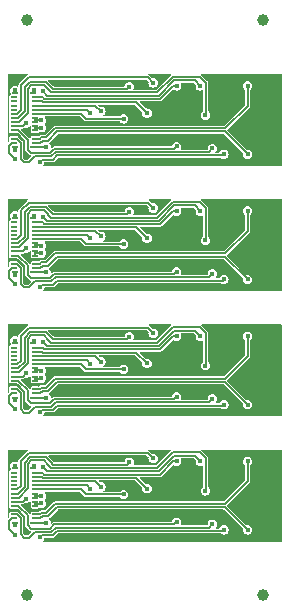
<source format=gbl>
G04 #@! TF.GenerationSoftware,KiCad,Pcbnew,8.0.7*
G04 #@! TF.CreationDate,2025-01-10T19:29:53-05:00*
G04 #@! TF.ProjectId,panel,70616e65-6c2e-46b6-9963-61645f706362,rev?*
G04 #@! TF.SameCoordinates,Original*
G04 #@! TF.FileFunction,Copper,L2,Bot*
G04 #@! TF.FilePolarity,Positive*
%FSLAX46Y46*%
G04 Gerber Fmt 4.6, Leading zero omitted, Abs format (unit mm)*
G04 Created by KiCad (PCBNEW 8.0.7) date 2025-01-10 19:29:53*
%MOMM*%
%LPD*%
G01*
G04 APERTURE LIST*
G04 #@! TA.AperFunction,SMDPad,CuDef*
%ADD10C,1.000000*%
G04 #@! TD*
G04 #@! TA.AperFunction,SMDPad,CuDef*
%ADD11R,0.485000X0.180000*%
G04 #@! TD*
G04 #@! TA.AperFunction,SMDPad,CuDef*
%ADD12R,0.535000X0.230000*%
G04 #@! TD*
G04 #@! TA.AperFunction,ViaPad*
%ADD13C,0.450000*%
G04 #@! TD*
G04 #@! TA.AperFunction,Conductor*
%ADD14C,0.150000*%
G04 #@! TD*
G04 #@! TA.AperFunction,Conductor*
%ADD15C,0.200000*%
G04 #@! TD*
G04 APERTURE END LIST*
D10*
G04 #@! TO.P,KiKit_FID_B_3,*
G04 #@! TO.N,*
X10000000Y-52550000D03*
G04 #@! TD*
D11*
G04 #@! TO.P,J1,1,1*
G04 #@! TO.N,Board_2-/SPEAKER_N*
X10707000Y-35425000D03*
G04 #@! TO.P,J1,2,2*
G04 #@! TO.N,Board_2-/SPEAKER_P*
X10707000Y-35075000D03*
G04 #@! TO.P,J1,3,3*
G04 #@! TO.N,Board_2-GND*
X10707000Y-34725000D03*
G04 #@! TO.P,J1,4,4*
G04 #@! TO.N,Board_2-/MOTOR_B*
X10707000Y-34375000D03*
G04 #@! TO.P,J1,5,5*
X10707000Y-34025000D03*
G04 #@! TO.P,J1,6,6*
G04 #@! TO.N,Board_2-/MOTOR_A*
X10707000Y-33675000D03*
G04 #@! TO.P,J1,7,7*
X10707000Y-33325000D03*
G04 #@! TO.P,J1,8,8*
G04 #@! TO.N,Board_2-/CAP+*
X10707000Y-32975000D03*
G04 #@! TO.P,J1,9,9*
G04 #@! TO.N,Board_2-/LAMP_FRONT*
X10707000Y-32625000D03*
G04 #@! TO.P,J1,10,10*
G04 #@! TO.N,Board_2-/LAMP_REAR*
X10707000Y-32275000D03*
G04 #@! TO.P,J1,11,11*
G04 #@! TO.N,Board_2-/AUX1 (VDC)*
X10707000Y-31925000D03*
G04 #@! TO.P,J1,12,12*
G04 #@! TO.N,Board_2-/AUX2 (VDC)*
X10707000Y-31575000D03*
G04 #@! TO.P,J1,13,13*
G04 #@! TO.N,Board_2-/AUX8 (VDC)*
X8892000Y-31575000D03*
G04 #@! TO.P,J1,14,14*
G04 #@! TO.N,Board_2-/AUX7 (VDC)*
X8892000Y-31925000D03*
G04 #@! TO.P,J1,15,15*
G04 #@! TO.N,Board_2-/AUX6 (VDC)*
X8892000Y-32275000D03*
G04 #@! TO.P,J1,16,16*
G04 #@! TO.N,Board_2-/AUX5 (VDC)*
X8892000Y-32625000D03*
G04 #@! TO.P,J1,17,17*
G04 #@! TO.N,Board_2-VDC*
X8892000Y-32975000D03*
G04 #@! TO.P,J1,18,18*
G04 #@! TO.N,Board_2-VCC*
X8892000Y-33325000D03*
G04 #@! TO.P,J1,19,19*
G04 #@! TO.N,Board_2-/AUX10*
X8892000Y-33675000D03*
G04 #@! TO.P,J1,20,20*
G04 #@! TO.N,Board_2-/AUX4*
X8892000Y-34025000D03*
G04 #@! TO.P,J1,21,21*
G04 #@! TO.N,Board_2-/AUX3*
X8892000Y-34375000D03*
G04 #@! TO.P,J1,22,22*
G04 #@! TO.N,Board_2-GND*
X8892000Y-34725000D03*
G04 #@! TO.P,J1,23,23*
G04 #@! TO.N,Board_2-/AUX11*
X8892000Y-35075000D03*
G04 #@! TO.P,J1,24,24*
G04 #@! TO.N,Board_2-/AUX12*
X8892000Y-35425000D03*
D12*
G04 #@! TO.P,J1,X1A,X1A*
G04 #@! TO.N,Board_2-/TRACK_LEFT*
X10568000Y-35800000D03*
G04 #@! TO.P,J1,X1B,X1B*
X9032000Y-35800000D03*
G04 #@! TO.P,J1,X2A,X2A*
G04 #@! TO.N,Board_2-/TRACK_RIGHT*
X10568000Y-31200000D03*
G04 #@! TO.P,J1,X2B,X2B*
X9032000Y-31200000D03*
G04 #@! TD*
D11*
G04 #@! TO.P,J1,1,1*
G04 #@! TO.N,Board_3-/SPEAKER_N*
X10707000Y-46025000D03*
G04 #@! TO.P,J1,2,2*
G04 #@! TO.N,Board_3-/SPEAKER_P*
X10707000Y-45675000D03*
G04 #@! TO.P,J1,3,3*
G04 #@! TO.N,Board_3-GND*
X10707000Y-45325000D03*
G04 #@! TO.P,J1,4,4*
G04 #@! TO.N,Board_3-/MOTOR_B*
X10707000Y-44975000D03*
G04 #@! TO.P,J1,5,5*
X10707000Y-44625000D03*
G04 #@! TO.P,J1,6,6*
G04 #@! TO.N,Board_3-/MOTOR_A*
X10707000Y-44275000D03*
G04 #@! TO.P,J1,7,7*
X10707000Y-43925000D03*
G04 #@! TO.P,J1,8,8*
G04 #@! TO.N,Board_3-/CAP+*
X10707000Y-43575000D03*
G04 #@! TO.P,J1,9,9*
G04 #@! TO.N,Board_3-/LAMP_FRONT*
X10707000Y-43225000D03*
G04 #@! TO.P,J1,10,10*
G04 #@! TO.N,Board_3-/LAMP_REAR*
X10707000Y-42875000D03*
G04 #@! TO.P,J1,11,11*
G04 #@! TO.N,Board_3-/AUX1 (VDC)*
X10707000Y-42525000D03*
G04 #@! TO.P,J1,12,12*
G04 #@! TO.N,Board_3-/AUX2 (VDC)*
X10707000Y-42175000D03*
G04 #@! TO.P,J1,13,13*
G04 #@! TO.N,Board_3-/AUX8 (VDC)*
X8892000Y-42175000D03*
G04 #@! TO.P,J1,14,14*
G04 #@! TO.N,Board_3-/AUX7 (VDC)*
X8892000Y-42525000D03*
G04 #@! TO.P,J1,15,15*
G04 #@! TO.N,Board_3-/AUX6 (VDC)*
X8892000Y-42875000D03*
G04 #@! TO.P,J1,16,16*
G04 #@! TO.N,Board_3-/AUX5 (VDC)*
X8892000Y-43225000D03*
G04 #@! TO.P,J1,17,17*
G04 #@! TO.N,Board_3-VDC*
X8892000Y-43575000D03*
G04 #@! TO.P,J1,18,18*
G04 #@! TO.N,Board_3-VCC*
X8892000Y-43925000D03*
G04 #@! TO.P,J1,19,19*
G04 #@! TO.N,Board_3-/AUX10*
X8892000Y-44275000D03*
G04 #@! TO.P,J1,20,20*
G04 #@! TO.N,Board_3-/AUX4*
X8892000Y-44625000D03*
G04 #@! TO.P,J1,21,21*
G04 #@! TO.N,Board_3-/AUX3*
X8892000Y-44975000D03*
G04 #@! TO.P,J1,22,22*
G04 #@! TO.N,Board_3-GND*
X8892000Y-45325000D03*
G04 #@! TO.P,J1,23,23*
G04 #@! TO.N,Board_3-/AUX11*
X8892000Y-45675000D03*
G04 #@! TO.P,J1,24,24*
G04 #@! TO.N,Board_3-/AUX12*
X8892000Y-46025000D03*
D12*
G04 #@! TO.P,J1,X1A,X1A*
G04 #@! TO.N,Board_3-/TRACK_LEFT*
X10568000Y-46400000D03*
G04 #@! TO.P,J1,X1B,X1B*
X9032000Y-46400000D03*
G04 #@! TO.P,J1,X2A,X2A*
G04 #@! TO.N,Board_3-/TRACK_RIGHT*
X10568000Y-41800000D03*
G04 #@! TO.P,J1,X2B,X2B*
X9032000Y-41800000D03*
G04 #@! TD*
D11*
G04 #@! TO.P,J1,1,1*
G04 #@! TO.N,Board_0-/SPEAKER_N*
X10707000Y-14225000D03*
G04 #@! TO.P,J1,2,2*
G04 #@! TO.N,Board_0-/SPEAKER_P*
X10707000Y-13875000D03*
G04 #@! TO.P,J1,3,3*
G04 #@! TO.N,Board_0-GND*
X10707000Y-13525000D03*
G04 #@! TO.P,J1,4,4*
G04 #@! TO.N,Board_0-/MOTOR_B*
X10707000Y-13175000D03*
G04 #@! TO.P,J1,5,5*
X10707000Y-12825000D03*
G04 #@! TO.P,J1,6,6*
G04 #@! TO.N,Board_0-/MOTOR_A*
X10707000Y-12475000D03*
G04 #@! TO.P,J1,7,7*
X10707000Y-12125000D03*
G04 #@! TO.P,J1,8,8*
G04 #@! TO.N,Board_0-/CAP+*
X10707000Y-11775000D03*
G04 #@! TO.P,J1,9,9*
G04 #@! TO.N,Board_0-/LAMP_FRONT*
X10707000Y-11425000D03*
G04 #@! TO.P,J1,10,10*
G04 #@! TO.N,Board_0-/LAMP_REAR*
X10707000Y-11075000D03*
G04 #@! TO.P,J1,11,11*
G04 #@! TO.N,Board_0-/AUX1 (VDC)*
X10707000Y-10725000D03*
G04 #@! TO.P,J1,12,12*
G04 #@! TO.N,Board_0-/AUX2 (VDC)*
X10707000Y-10375000D03*
G04 #@! TO.P,J1,13,13*
G04 #@! TO.N,Board_0-/AUX8 (VDC)*
X8892000Y-10375000D03*
G04 #@! TO.P,J1,14,14*
G04 #@! TO.N,Board_0-/AUX7 (VDC)*
X8892000Y-10725000D03*
G04 #@! TO.P,J1,15,15*
G04 #@! TO.N,Board_0-/AUX6 (VDC)*
X8892000Y-11075000D03*
G04 #@! TO.P,J1,16,16*
G04 #@! TO.N,Board_0-/AUX5 (VDC)*
X8892000Y-11425000D03*
G04 #@! TO.P,J1,17,17*
G04 #@! TO.N,Board_0-VDC*
X8892000Y-11775000D03*
G04 #@! TO.P,J1,18,18*
G04 #@! TO.N,Board_0-VCC*
X8892000Y-12125000D03*
G04 #@! TO.P,J1,19,19*
G04 #@! TO.N,Board_0-/AUX10*
X8892000Y-12475000D03*
G04 #@! TO.P,J1,20,20*
G04 #@! TO.N,Board_0-/AUX4*
X8892000Y-12825000D03*
G04 #@! TO.P,J1,21,21*
G04 #@! TO.N,Board_0-/AUX3*
X8892000Y-13175000D03*
G04 #@! TO.P,J1,22,22*
G04 #@! TO.N,Board_0-GND*
X8892000Y-13525000D03*
G04 #@! TO.P,J1,23,23*
G04 #@! TO.N,Board_0-/AUX11*
X8892000Y-13875000D03*
G04 #@! TO.P,J1,24,24*
G04 #@! TO.N,Board_0-/AUX12*
X8892000Y-14225000D03*
D12*
G04 #@! TO.P,J1,X1A,X1A*
G04 #@! TO.N,Board_0-/TRACK_LEFT*
X10568000Y-14600000D03*
G04 #@! TO.P,J1,X1B,X1B*
X9032000Y-14600000D03*
G04 #@! TO.P,J1,X2A,X2A*
G04 #@! TO.N,Board_0-/TRACK_RIGHT*
X10568000Y-10000000D03*
G04 #@! TO.P,J1,X2B,X2B*
X9032000Y-10000000D03*
G04 #@! TD*
D10*
G04 #@! TO.P,KiKit_FID_B_2,*
G04 #@! TO.N,*
X30000000Y-3850000D03*
G04 #@! TD*
D11*
G04 #@! TO.P,J1,1,1*
G04 #@! TO.N,Board_1-/SPEAKER_N*
X10707000Y-24825000D03*
G04 #@! TO.P,J1,2,2*
G04 #@! TO.N,Board_1-/SPEAKER_P*
X10707000Y-24475000D03*
G04 #@! TO.P,J1,3,3*
G04 #@! TO.N,Board_1-GND*
X10707000Y-24125000D03*
G04 #@! TO.P,J1,4,4*
G04 #@! TO.N,Board_1-/MOTOR_B*
X10707000Y-23775000D03*
G04 #@! TO.P,J1,5,5*
X10707000Y-23425000D03*
G04 #@! TO.P,J1,6,6*
G04 #@! TO.N,Board_1-/MOTOR_A*
X10707000Y-23075000D03*
G04 #@! TO.P,J1,7,7*
X10707000Y-22725000D03*
G04 #@! TO.P,J1,8,8*
G04 #@! TO.N,Board_1-/CAP+*
X10707000Y-22375000D03*
G04 #@! TO.P,J1,9,9*
G04 #@! TO.N,Board_1-/LAMP_FRONT*
X10707000Y-22025000D03*
G04 #@! TO.P,J1,10,10*
G04 #@! TO.N,Board_1-/LAMP_REAR*
X10707000Y-21675000D03*
G04 #@! TO.P,J1,11,11*
G04 #@! TO.N,Board_1-/AUX1 (VDC)*
X10707000Y-21325000D03*
G04 #@! TO.P,J1,12,12*
G04 #@! TO.N,Board_1-/AUX2 (VDC)*
X10707000Y-20975000D03*
G04 #@! TO.P,J1,13,13*
G04 #@! TO.N,Board_1-/AUX8 (VDC)*
X8892000Y-20975000D03*
G04 #@! TO.P,J1,14,14*
G04 #@! TO.N,Board_1-/AUX7 (VDC)*
X8892000Y-21325000D03*
G04 #@! TO.P,J1,15,15*
G04 #@! TO.N,Board_1-/AUX6 (VDC)*
X8892000Y-21675000D03*
G04 #@! TO.P,J1,16,16*
G04 #@! TO.N,Board_1-/AUX5 (VDC)*
X8892000Y-22025000D03*
G04 #@! TO.P,J1,17,17*
G04 #@! TO.N,Board_1-VDC*
X8892000Y-22375000D03*
G04 #@! TO.P,J1,18,18*
G04 #@! TO.N,Board_1-VCC*
X8892000Y-22725000D03*
G04 #@! TO.P,J1,19,19*
G04 #@! TO.N,Board_1-/AUX10*
X8892000Y-23075000D03*
G04 #@! TO.P,J1,20,20*
G04 #@! TO.N,Board_1-/AUX4*
X8892000Y-23425000D03*
G04 #@! TO.P,J1,21,21*
G04 #@! TO.N,Board_1-/AUX3*
X8892000Y-23775000D03*
G04 #@! TO.P,J1,22,22*
G04 #@! TO.N,Board_1-GND*
X8892000Y-24125000D03*
G04 #@! TO.P,J1,23,23*
G04 #@! TO.N,Board_1-/AUX11*
X8892000Y-24475000D03*
G04 #@! TO.P,J1,24,24*
G04 #@! TO.N,Board_1-/AUX12*
X8892000Y-24825000D03*
D12*
G04 #@! TO.P,J1,X1A,X1A*
G04 #@! TO.N,Board_1-/TRACK_LEFT*
X10568000Y-25200000D03*
G04 #@! TO.P,J1,X1B,X1B*
X9032000Y-25200000D03*
G04 #@! TO.P,J1,X2A,X2A*
G04 #@! TO.N,Board_1-/TRACK_RIGHT*
X10568000Y-20600000D03*
G04 #@! TO.P,J1,X2B,X2B*
X9032000Y-20600000D03*
G04 #@! TD*
D10*
G04 #@! TO.P,KiKit_FID_B_4,*
G04 #@! TO.N,*
X30000000Y-52550000D03*
G04 #@! TD*
G04 #@! TO.P,KiKit_FID_B_1,*
G04 #@! TO.N,*
X10000000Y-3850000D03*
G04 #@! TD*
D13*
G04 #@! TO.N,Board_0-/AUX1 (VDC)*
X20187500Y-11712500D03*
G04 #@! TO.N,Board_0-/AUX10*
X25140000Y-11890000D03*
G04 #@! TO.N,Board_0-/AUX11*
X25720000Y-14710000D03*
G04 #@! TO.N,Board_0-/AUX12*
X26700000Y-15200000D03*
X9000000Y-15600000D03*
X11100000Y-15840000D03*
G04 #@! TO.N,Board_0-/AUX2 (VDC)*
X22700000Y-9400000D03*
G04 #@! TO.N,Board_0-/AUX3*
X22690000Y-14540000D03*
G04 #@! TO.N,Board_0-/AUX4*
X11370000Y-9880000D03*
X9930000Y-12550000D03*
X24700000Y-9400000D03*
G04 #@! TO.N,Board_0-/CAP+*
X18200000Y-12200000D03*
G04 #@! TO.N,Board_0-/LAMP_FRONT*
X15360000Y-11720000D03*
G04 #@! TO.N,Board_0-/LAMP_REAR*
X16270000Y-11550000D03*
G04 #@! TO.N,Board_0-/MOTOR_A*
X11242498Y-12335122D03*
G04 #@! TO.N,Board_0-/MOTOR_B*
X11230000Y-12960000D03*
G04 #@! TO.N,Board_0-/SPEAKER_N*
X28700000Y-15200000D03*
G04 #@! TO.N,Board_0-/SPEAKER_P*
X28700000Y-9400000D03*
G04 #@! TO.N,Board_0-/TRACK_LEFT*
X11640000Y-14610000D03*
X9000000Y-14800000D03*
G04 #@! TO.N,Board_0-/TRACK_RIGHT*
X10600000Y-9800000D03*
X9000000Y-9800000D03*
G04 #@! TO.N,Board_0-GND*
X14200000Y-12500000D03*
X10020000Y-13240000D03*
X17650000Y-9170000D03*
X19680000Y-9170000D03*
X9000000Y-8800000D03*
X9985000Y-15395000D03*
X30710000Y-10050000D03*
X30740000Y-14520000D03*
X14720000Y-13740000D03*
G04 #@! TO.N,Board_0-VCC*
X18690000Y-9470000D03*
G04 #@! TO.N,Board_0-VDC*
X20710000Y-9150000D03*
G04 #@! TO.N,Board_1-/AUX1 (VDC)*
X20187500Y-22312500D03*
G04 #@! TO.N,Board_1-/AUX10*
X25140000Y-22490000D03*
G04 #@! TO.N,Board_1-/AUX11*
X25720000Y-25310000D03*
G04 #@! TO.N,Board_1-/AUX12*
X26700000Y-25800000D03*
X11100000Y-26440000D03*
X9000000Y-26200000D03*
G04 #@! TO.N,Board_1-/AUX2 (VDC)*
X22700000Y-20000000D03*
G04 #@! TO.N,Board_1-/AUX3*
X22690000Y-25140000D03*
G04 #@! TO.N,Board_1-/AUX4*
X11370000Y-20480000D03*
X24700000Y-20000000D03*
X9930000Y-23150000D03*
G04 #@! TO.N,Board_1-/CAP+*
X18200000Y-22800000D03*
G04 #@! TO.N,Board_1-/LAMP_FRONT*
X15360000Y-22320000D03*
G04 #@! TO.N,Board_1-/LAMP_REAR*
X16270000Y-22150000D03*
G04 #@! TO.N,Board_1-/MOTOR_A*
X11242498Y-22935122D03*
G04 #@! TO.N,Board_1-/MOTOR_B*
X11230000Y-23560000D03*
G04 #@! TO.N,Board_1-/SPEAKER_N*
X28700000Y-25800000D03*
G04 #@! TO.N,Board_1-/SPEAKER_P*
X28700000Y-20000000D03*
G04 #@! TO.N,Board_1-/TRACK_LEFT*
X9000000Y-25400000D03*
X11640000Y-25210000D03*
G04 #@! TO.N,Board_1-/TRACK_RIGHT*
X9000000Y-20400000D03*
X10600000Y-20400000D03*
G04 #@! TO.N,Board_1-GND*
X14720000Y-24340000D03*
X30740000Y-25120000D03*
X17650000Y-19770000D03*
X10020000Y-23840000D03*
X9985000Y-25995000D03*
X9000000Y-19400000D03*
X19680000Y-19770000D03*
X14200000Y-23100000D03*
X30710000Y-20650000D03*
G04 #@! TO.N,Board_1-VCC*
X18690000Y-20070000D03*
G04 #@! TO.N,Board_1-VDC*
X20710000Y-19750000D03*
G04 #@! TO.N,Board_2-/AUX1 (VDC)*
X20187500Y-32912500D03*
G04 #@! TO.N,Board_2-/AUX10*
X25140000Y-33090000D03*
G04 #@! TO.N,Board_2-/AUX11*
X25720000Y-35910000D03*
G04 #@! TO.N,Board_2-/AUX12*
X9000000Y-36800000D03*
X11100000Y-37040000D03*
X26700000Y-36400000D03*
G04 #@! TO.N,Board_2-/AUX2 (VDC)*
X22700000Y-30600000D03*
G04 #@! TO.N,Board_2-/AUX3*
X22690000Y-35740000D03*
G04 #@! TO.N,Board_2-/AUX4*
X9930000Y-33750000D03*
X11370000Y-31080000D03*
X24700000Y-30600000D03*
G04 #@! TO.N,Board_2-/CAP+*
X18200000Y-33400000D03*
G04 #@! TO.N,Board_2-/LAMP_FRONT*
X15360000Y-32920000D03*
G04 #@! TO.N,Board_2-/LAMP_REAR*
X16270000Y-32750000D03*
G04 #@! TO.N,Board_2-/MOTOR_A*
X11242498Y-33535122D03*
G04 #@! TO.N,Board_2-/MOTOR_B*
X11230000Y-34160000D03*
G04 #@! TO.N,Board_2-/SPEAKER_N*
X28700000Y-36400000D03*
G04 #@! TO.N,Board_2-/SPEAKER_P*
X28700000Y-30600000D03*
G04 #@! TO.N,Board_2-/TRACK_LEFT*
X11640000Y-35810000D03*
X9000000Y-36000000D03*
G04 #@! TO.N,Board_2-/TRACK_RIGHT*
X9000000Y-31000000D03*
X10600000Y-31000000D03*
G04 #@! TO.N,Board_2-GND*
X14200000Y-33700000D03*
X14720000Y-34940000D03*
X17650000Y-30370000D03*
X10020000Y-34440000D03*
X9000000Y-30000000D03*
X9985000Y-36595000D03*
X30740000Y-35720000D03*
X30710000Y-31250000D03*
X19680000Y-30370000D03*
G04 #@! TO.N,Board_2-VCC*
X18690000Y-30670000D03*
G04 #@! TO.N,Board_2-VDC*
X20710000Y-30350000D03*
G04 #@! TO.N,Board_3-/AUX1 (VDC)*
X20187500Y-43512500D03*
G04 #@! TO.N,Board_3-/AUX10*
X25140000Y-43690000D03*
G04 #@! TO.N,Board_3-/AUX11*
X25720000Y-46510000D03*
G04 #@! TO.N,Board_3-/AUX12*
X9000000Y-47400000D03*
X11100000Y-47640000D03*
X26700000Y-47000000D03*
G04 #@! TO.N,Board_3-/AUX2 (VDC)*
X22700000Y-41200000D03*
G04 #@! TO.N,Board_3-/AUX3*
X22690000Y-46340000D03*
G04 #@! TO.N,Board_3-/AUX4*
X9930000Y-44350000D03*
X11370000Y-41680000D03*
X24700000Y-41200000D03*
G04 #@! TO.N,Board_3-/CAP+*
X18200000Y-44000000D03*
G04 #@! TO.N,Board_3-/LAMP_FRONT*
X15360000Y-43520000D03*
G04 #@! TO.N,Board_3-/LAMP_REAR*
X16270000Y-43350000D03*
G04 #@! TO.N,Board_3-/MOTOR_A*
X11242498Y-44135122D03*
G04 #@! TO.N,Board_3-/MOTOR_B*
X11230000Y-44760000D03*
G04 #@! TO.N,Board_3-/SPEAKER_N*
X28700000Y-47000000D03*
G04 #@! TO.N,Board_3-/SPEAKER_P*
X28700000Y-41200000D03*
G04 #@! TO.N,Board_3-/TRACK_LEFT*
X11640000Y-46410000D03*
X9000000Y-46600000D03*
G04 #@! TO.N,Board_3-/TRACK_RIGHT*
X10600000Y-41600000D03*
X9000000Y-41600000D03*
G04 #@! TO.N,Board_3-GND*
X17650000Y-40970000D03*
X30740000Y-46320000D03*
X30710000Y-41850000D03*
X9000000Y-40600000D03*
X14720000Y-45540000D03*
X10020000Y-45040000D03*
X14200000Y-44300000D03*
X9985000Y-47195000D03*
X19680000Y-40970000D03*
G04 #@! TO.N,Board_3-VCC*
X18690000Y-41270000D03*
G04 #@! TO.N,Board_3-VDC*
X20710000Y-40950000D03*
G04 #@! TD*
D14*
G04 #@! TO.N,Board_0-/AUX1 (VDC)*
X11315000Y-10725000D02*
X10707000Y-10725000D01*
X11385000Y-10795000D02*
X11315000Y-10725000D01*
X19270000Y-10795000D02*
X11385000Y-10795000D01*
X20187500Y-11712500D02*
X19270000Y-10795000D01*
G04 #@! TO.N,Board_0-/AUX10*
X11845000Y-9683248D02*
X11486752Y-9325000D01*
X11845000Y-9705000D02*
X11845000Y-9683248D01*
X24665000Y-8645000D02*
X22369020Y-8645000D01*
X22369020Y-8645000D02*
X21059020Y-9955000D01*
X9315244Y-12475000D02*
X8892000Y-12475000D01*
X25175000Y-11855000D02*
X25175000Y-9155000D01*
X10403248Y-9325000D02*
X10095500Y-9632748D01*
X10095500Y-9632748D02*
X10095500Y-11694744D01*
X25140000Y-11890000D02*
X25175000Y-11855000D01*
X21059020Y-9955000D02*
X12095000Y-9955000D01*
X25175000Y-9155000D02*
X24665000Y-8645000D01*
X12095000Y-9955000D02*
X11845000Y-9705000D01*
X11486752Y-9325000D02*
X10403248Y-9325000D01*
X10095500Y-11694744D02*
X9315244Y-12475000D01*
G04 #@! TO.N,Board_0-/AUX11*
X9165000Y-13875000D02*
X8892000Y-13875000D01*
X9510000Y-14220000D02*
X9165000Y-13875000D01*
X12450980Y-15015000D02*
X12100980Y-15365000D01*
X9510000Y-15591752D02*
X9510000Y-14220000D01*
X25720000Y-14710000D02*
X25415000Y-15015000D01*
X12100980Y-15365000D02*
X10686752Y-15365000D01*
X10686752Y-15365000D02*
X10181752Y-15870000D01*
X25415000Y-15015000D02*
X12450980Y-15015000D01*
X10181752Y-15870000D02*
X9788248Y-15870000D01*
X9788248Y-15870000D02*
X9510000Y-15591752D01*
G04 #@! TO.N,Board_0-/AUX12*
X8715000Y-14225000D02*
X8475000Y-14465000D01*
X11295000Y-15645000D02*
X12216960Y-15645000D01*
X11100000Y-15840000D02*
X11295000Y-15645000D01*
X12566960Y-15295000D02*
X26605000Y-15295000D01*
X26605000Y-15295000D02*
X26700000Y-15200000D01*
X8475000Y-14465000D02*
X8475000Y-15085000D01*
X8485000Y-15085000D02*
X9000000Y-15600000D01*
X8892000Y-14225000D02*
X8715000Y-14225000D01*
X8475000Y-15085000D02*
X8485000Y-15085000D01*
X12216960Y-15645000D02*
X12566960Y-15295000D01*
G04 #@! TO.N,Board_0-/AUX2 (VDC)*
X11500980Y-10515000D02*
X11360980Y-10375000D01*
X21290980Y-10515000D02*
X11500980Y-10515000D01*
X22405980Y-9400000D02*
X21290980Y-10515000D01*
X22700000Y-9400000D02*
X22405980Y-9400000D01*
X11360980Y-10375000D02*
X10707000Y-10375000D01*
G04 #@! TO.N,Board_0-/AUX3*
X10090000Y-13984020D02*
X9280980Y-13175000D01*
X12335000Y-14735000D02*
X11985000Y-15085000D01*
X11985000Y-15085000D02*
X10346752Y-15085000D01*
X10090000Y-14828248D02*
X10090000Y-13984020D01*
X22690000Y-14540000D02*
X22495000Y-14735000D01*
X9280980Y-13175000D02*
X8892000Y-13175000D01*
X10346752Y-15085000D02*
X10090000Y-14828248D01*
X22495000Y-14735000D02*
X12335000Y-14735000D01*
G04 #@! TO.N,Board_0-/AUX4*
X9930000Y-12550000D02*
X9655000Y-12825000D01*
X21175000Y-10235000D02*
X22485000Y-8925000D01*
X9655000Y-12825000D02*
X8892000Y-12825000D01*
X11725000Y-10235000D02*
X21175000Y-10235000D01*
X24225000Y-8925000D02*
X24700000Y-9400000D01*
X22485000Y-8925000D02*
X24225000Y-8925000D01*
X11370000Y-9880000D02*
X11725000Y-10235000D01*
G04 #@! TO.N,Board_0-/CAP+*
X18200000Y-12200000D02*
X15010000Y-12200000D01*
X14585000Y-11775000D02*
X10707000Y-11775000D01*
X15010000Y-12200000D02*
X14585000Y-11775000D01*
G04 #@! TO.N,Board_0-/LAMP_FRONT*
X15065000Y-11425000D02*
X10707000Y-11425000D01*
X15360000Y-11720000D02*
X15065000Y-11425000D01*
G04 #@! TO.N,Board_0-/LAMP_REAR*
X15795000Y-11075000D02*
X10707000Y-11075000D01*
X16270000Y-11550000D02*
X15795000Y-11075000D01*
D15*
G04 #@! TO.N,Board_0-/MOTOR_A*
X11207376Y-12300000D02*
X10707000Y-12300000D01*
X10707000Y-12300000D02*
X10707000Y-12125000D01*
X10707000Y-12475000D02*
X10707000Y-12300000D01*
X11242498Y-12335122D02*
X11207376Y-12300000D01*
G04 #@! TO.N,Board_0-/MOTOR_B*
X11190000Y-13000000D02*
X10707000Y-13000000D01*
X10707000Y-13000000D02*
X10707000Y-13175000D01*
X10707000Y-12825000D02*
X10707000Y-13000000D01*
X11230000Y-12960000D02*
X11190000Y-13000000D01*
D14*
G04 #@! TO.N,Board_0-/SPEAKER_N*
X11161460Y-14225000D02*
X11346460Y-14040000D01*
X12540980Y-13265000D02*
X26765000Y-13265000D01*
X11765980Y-14040000D02*
X12540980Y-13265000D01*
X11346460Y-14040000D02*
X11765980Y-14040000D01*
X26765000Y-13265000D02*
X28700000Y-15200000D01*
X10707000Y-14225000D02*
X11161460Y-14225000D01*
G04 #@! TO.N,Board_0-/SPEAKER_P*
X28700000Y-11080000D02*
X28700000Y-9400000D01*
X26795000Y-12985000D02*
X28700000Y-11080000D01*
X11650000Y-13760000D02*
X12425000Y-12985000D01*
X11230480Y-13760000D02*
X11650000Y-13760000D01*
X12425000Y-12985000D02*
X26795000Y-12985000D01*
X11115480Y-13875000D02*
X11230480Y-13760000D01*
X10707000Y-13875000D02*
X11115480Y-13875000D01*
D15*
G04 #@! TO.N,Board_0-/TRACK_LEFT*
X11640000Y-14610000D02*
X10578000Y-14610000D01*
X9032000Y-14600000D02*
X9032000Y-14768000D01*
X9032000Y-14768000D02*
X9000000Y-14800000D01*
X10578000Y-14610000D02*
X10568000Y-14600000D01*
G04 #@! TO.N,Board_0-/TRACK_RIGHT*
X10568000Y-9832000D02*
X10568000Y-10000000D01*
X9032000Y-9832000D02*
X9032000Y-10000000D01*
X9000000Y-9800000D02*
X9032000Y-9832000D01*
X10600000Y-9800000D02*
X10568000Y-9832000D01*
D14*
G04 #@! TO.N,Board_0-GND*
X12470000Y-12500000D02*
X11530000Y-13440000D01*
X9810000Y-15220000D02*
X9810000Y-14100000D01*
X11154500Y-13440000D02*
X11069500Y-13525000D01*
X10707000Y-13525000D02*
X10305000Y-13525000D01*
X11069500Y-13525000D02*
X10707000Y-13525000D01*
X9810000Y-14100000D02*
X9235000Y-13525000D01*
X10305000Y-13525000D02*
X10020000Y-13240000D01*
X9235000Y-13525000D02*
X8892000Y-13525000D01*
X14200000Y-12500000D02*
X12470000Y-12500000D01*
X9985000Y-15395000D02*
X9810000Y-15220000D01*
X11530000Y-13440000D02*
X11154500Y-13440000D01*
G04 #@! TO.N,Board_0-VCC*
X11602732Y-9045000D02*
X10287268Y-9045000D01*
X12210980Y-9675000D02*
X12125000Y-9589020D01*
X18690000Y-9470000D02*
X18485000Y-9675000D01*
X18485000Y-9675000D02*
X12210980Y-9675000D01*
X12125000Y-9589020D02*
X12125000Y-9567268D01*
X9815500Y-11578764D02*
X9269264Y-12125000D01*
X9269264Y-12125000D02*
X8892000Y-12125000D01*
X10287268Y-9045000D02*
X9815500Y-9516768D01*
X12125000Y-9567268D02*
X11602732Y-9045000D01*
X9815500Y-9516768D02*
X9815500Y-11578764D01*
G04 #@! TO.N,Board_0-VDC*
X20710000Y-9150000D02*
X20250000Y-8690000D01*
X9504500Y-11465500D02*
X9195000Y-11775000D01*
X20250000Y-8690000D02*
X10160000Y-8690000D01*
X9504500Y-9345500D02*
X9504500Y-11465500D01*
X10160000Y-8690000D02*
X9504500Y-9345500D01*
X9195000Y-11775000D02*
X8892000Y-11775000D01*
G04 #@! TO.N,Board_1-/AUX1 (VDC)*
X20187500Y-22312500D02*
X19270000Y-21395000D01*
X19270000Y-21395000D02*
X11385000Y-21395000D01*
X11385000Y-21395000D02*
X11315000Y-21325000D01*
X11315000Y-21325000D02*
X10707000Y-21325000D01*
G04 #@! TO.N,Board_1-/AUX10*
X21059020Y-20555000D02*
X12095000Y-20555000D01*
X12095000Y-20555000D02*
X11845000Y-20305000D01*
X11486752Y-19925000D02*
X10403248Y-19925000D01*
X10095500Y-20232748D02*
X10095500Y-22294744D01*
X25175000Y-19755000D02*
X24665000Y-19245000D01*
X9315244Y-23075000D02*
X8892000Y-23075000D01*
X10095500Y-22294744D02*
X9315244Y-23075000D01*
X25140000Y-22490000D02*
X25175000Y-22455000D01*
X24665000Y-19245000D02*
X22369020Y-19245000D01*
X11845000Y-20305000D02*
X11845000Y-20283248D01*
X22369020Y-19245000D02*
X21059020Y-20555000D01*
X25175000Y-22455000D02*
X25175000Y-19755000D01*
X11845000Y-20283248D02*
X11486752Y-19925000D01*
X10403248Y-19925000D02*
X10095500Y-20232748D01*
G04 #@! TO.N,Board_1-/AUX11*
X25720000Y-25310000D02*
X25415000Y-25615000D01*
X9788248Y-26470000D02*
X9510000Y-26191752D01*
X25415000Y-25615000D02*
X12450980Y-25615000D01*
X9510000Y-26191752D02*
X9510000Y-24820000D01*
X10181752Y-26470000D02*
X9788248Y-26470000D01*
X12100980Y-25965000D02*
X10686752Y-25965000D01*
X9510000Y-24820000D02*
X9165000Y-24475000D01*
X9165000Y-24475000D02*
X8892000Y-24475000D01*
X12450980Y-25615000D02*
X12100980Y-25965000D01*
X10686752Y-25965000D02*
X10181752Y-26470000D01*
G04 #@! TO.N,Board_1-/AUX12*
X11295000Y-26245000D02*
X12216960Y-26245000D01*
X8485000Y-25685000D02*
X9000000Y-26200000D01*
X12566960Y-25895000D02*
X26605000Y-25895000D01*
X8715000Y-24825000D02*
X8475000Y-25065000D01*
X8475000Y-25065000D02*
X8475000Y-25685000D01*
X8892000Y-24825000D02*
X8715000Y-24825000D01*
X26605000Y-25895000D02*
X26700000Y-25800000D01*
X11100000Y-26440000D02*
X11295000Y-26245000D01*
X12216960Y-26245000D02*
X12566960Y-25895000D01*
X8475000Y-25685000D02*
X8485000Y-25685000D01*
G04 #@! TO.N,Board_1-/AUX2 (VDC)*
X21290980Y-21115000D02*
X11500980Y-21115000D01*
X22700000Y-20000000D02*
X22405980Y-20000000D01*
X11500980Y-21115000D02*
X11360980Y-20975000D01*
X11360980Y-20975000D02*
X10707000Y-20975000D01*
X22405980Y-20000000D02*
X21290980Y-21115000D01*
G04 #@! TO.N,Board_1-/AUX3*
X10346752Y-25685000D02*
X10090000Y-25428248D01*
X10090000Y-24584020D02*
X9280980Y-23775000D01*
X12335000Y-25335000D02*
X11985000Y-25685000D01*
X22690000Y-25140000D02*
X22495000Y-25335000D01*
X11985000Y-25685000D02*
X10346752Y-25685000D01*
X10090000Y-25428248D02*
X10090000Y-24584020D01*
X22495000Y-25335000D02*
X12335000Y-25335000D01*
X9280980Y-23775000D02*
X8892000Y-23775000D01*
G04 #@! TO.N,Board_1-/AUX4*
X22485000Y-19525000D02*
X24225000Y-19525000D01*
X21175000Y-20835000D02*
X22485000Y-19525000D01*
X24225000Y-19525000D02*
X24700000Y-20000000D01*
X11725000Y-20835000D02*
X21175000Y-20835000D01*
X11370000Y-20480000D02*
X11725000Y-20835000D01*
X9930000Y-23150000D02*
X9655000Y-23425000D01*
X9655000Y-23425000D02*
X8892000Y-23425000D01*
G04 #@! TO.N,Board_1-/CAP+*
X14585000Y-22375000D02*
X10707000Y-22375000D01*
X15010000Y-22800000D02*
X14585000Y-22375000D01*
X18200000Y-22800000D02*
X15010000Y-22800000D01*
G04 #@! TO.N,Board_1-/LAMP_FRONT*
X15360000Y-22320000D02*
X15065000Y-22025000D01*
X15065000Y-22025000D02*
X10707000Y-22025000D01*
G04 #@! TO.N,Board_1-/LAMP_REAR*
X16270000Y-22150000D02*
X15795000Y-21675000D01*
X15795000Y-21675000D02*
X10707000Y-21675000D01*
D15*
G04 #@! TO.N,Board_1-/MOTOR_A*
X11242498Y-22935122D02*
X11207376Y-22900000D01*
X10707000Y-23075000D02*
X10707000Y-22900000D01*
X10707000Y-22900000D02*
X10707000Y-22725000D01*
X11207376Y-22900000D02*
X10707000Y-22900000D01*
G04 #@! TO.N,Board_1-/MOTOR_B*
X11230000Y-23560000D02*
X11190000Y-23600000D01*
X10707000Y-23425000D02*
X10707000Y-23600000D01*
X11190000Y-23600000D02*
X10707000Y-23600000D01*
X10707000Y-23600000D02*
X10707000Y-23775000D01*
D14*
G04 #@! TO.N,Board_1-/SPEAKER_N*
X11765980Y-24640000D02*
X12540980Y-23865000D01*
X10707000Y-24825000D02*
X11161460Y-24825000D01*
X11161460Y-24825000D02*
X11346460Y-24640000D01*
X12540980Y-23865000D02*
X26765000Y-23865000D01*
X11346460Y-24640000D02*
X11765980Y-24640000D01*
X26765000Y-23865000D02*
X28700000Y-25800000D01*
G04 #@! TO.N,Board_1-/SPEAKER_P*
X26795000Y-23585000D02*
X28700000Y-21680000D01*
X11115480Y-24475000D02*
X11230480Y-24360000D01*
X28700000Y-21680000D02*
X28700000Y-20000000D01*
X10707000Y-24475000D02*
X11115480Y-24475000D01*
X12425000Y-23585000D02*
X26795000Y-23585000D01*
X11650000Y-24360000D02*
X12425000Y-23585000D01*
X11230480Y-24360000D02*
X11650000Y-24360000D01*
D15*
G04 #@! TO.N,Board_1-/TRACK_LEFT*
X10578000Y-25210000D02*
X10568000Y-25200000D01*
X11640000Y-25210000D02*
X10578000Y-25210000D01*
X9032000Y-25368000D02*
X9000000Y-25400000D01*
X9032000Y-25200000D02*
X9032000Y-25368000D01*
G04 #@! TO.N,Board_1-/TRACK_RIGHT*
X9032000Y-20432000D02*
X9032000Y-20600000D01*
X9000000Y-20400000D02*
X9032000Y-20432000D01*
X10600000Y-20400000D02*
X10568000Y-20432000D01*
X10568000Y-20432000D02*
X10568000Y-20600000D01*
D14*
G04 #@! TO.N,Board_1-GND*
X10305000Y-24125000D02*
X10020000Y-23840000D01*
X9985000Y-25995000D02*
X9810000Y-25820000D01*
X9810000Y-25820000D02*
X9810000Y-24700000D01*
X14200000Y-23100000D02*
X12470000Y-23100000D01*
X12470000Y-23100000D02*
X11530000Y-24040000D01*
X9235000Y-24125000D02*
X8892000Y-24125000D01*
X11530000Y-24040000D02*
X11154500Y-24040000D01*
X11154500Y-24040000D02*
X11069500Y-24125000D01*
X11069500Y-24125000D02*
X10707000Y-24125000D01*
X9810000Y-24700000D02*
X9235000Y-24125000D01*
X10707000Y-24125000D02*
X10305000Y-24125000D01*
G04 #@! TO.N,Board_1-VCC*
X12210980Y-20275000D02*
X12125000Y-20189020D01*
X18485000Y-20275000D02*
X12210980Y-20275000D01*
X9815500Y-22178764D02*
X9269264Y-22725000D01*
X18690000Y-20070000D02*
X18485000Y-20275000D01*
X12125000Y-20167268D02*
X11602732Y-19645000D01*
X11602732Y-19645000D02*
X10287268Y-19645000D01*
X9269264Y-22725000D02*
X8892000Y-22725000D01*
X9815500Y-20116768D02*
X9815500Y-22178764D01*
X10287268Y-19645000D02*
X9815500Y-20116768D01*
X12125000Y-20189020D02*
X12125000Y-20167268D01*
G04 #@! TO.N,Board_1-VDC*
X9195000Y-22375000D02*
X8892000Y-22375000D01*
X10160000Y-19290000D02*
X9504500Y-19945500D01*
X20710000Y-19750000D02*
X20250000Y-19290000D01*
X9504500Y-22065500D02*
X9195000Y-22375000D01*
X9504500Y-19945500D02*
X9504500Y-22065500D01*
X20250000Y-19290000D02*
X10160000Y-19290000D01*
G04 #@! TO.N,Board_2-/AUX1 (VDC)*
X19270000Y-31995000D02*
X11385000Y-31995000D01*
X11385000Y-31995000D02*
X11315000Y-31925000D01*
X11315000Y-31925000D02*
X10707000Y-31925000D01*
X20187500Y-32912500D02*
X19270000Y-31995000D01*
G04 #@! TO.N,Board_2-/AUX10*
X10403248Y-30525000D02*
X10095500Y-30832748D01*
X22369020Y-29845000D02*
X21059020Y-31155000D01*
X10095500Y-32894744D02*
X9315244Y-33675000D01*
X25140000Y-33090000D02*
X25175000Y-33055000D01*
X11486752Y-30525000D02*
X10403248Y-30525000D01*
X9315244Y-33675000D02*
X8892000Y-33675000D01*
X11845000Y-30883248D02*
X11486752Y-30525000D01*
X25175000Y-33055000D02*
X25175000Y-30355000D01*
X24665000Y-29845000D02*
X22369020Y-29845000D01*
X10095500Y-30832748D02*
X10095500Y-32894744D01*
X21059020Y-31155000D02*
X12095000Y-31155000D01*
X11845000Y-30905000D02*
X11845000Y-30883248D01*
X12095000Y-31155000D02*
X11845000Y-30905000D01*
X25175000Y-30355000D02*
X24665000Y-29845000D01*
G04 #@! TO.N,Board_2-/AUX11*
X25720000Y-35910000D02*
X25415000Y-36215000D01*
X25415000Y-36215000D02*
X12450980Y-36215000D01*
X9510000Y-36791752D02*
X9510000Y-35420000D01*
X10686752Y-36565000D02*
X10181752Y-37070000D01*
X12450980Y-36215000D02*
X12100980Y-36565000D01*
X9510000Y-35420000D02*
X9165000Y-35075000D01*
X9788248Y-37070000D02*
X9510000Y-36791752D01*
X12100980Y-36565000D02*
X10686752Y-36565000D01*
X9165000Y-35075000D02*
X8892000Y-35075000D01*
X10181752Y-37070000D02*
X9788248Y-37070000D01*
G04 #@! TO.N,Board_2-/AUX12*
X8485000Y-36285000D02*
X9000000Y-36800000D01*
X8892000Y-35425000D02*
X8715000Y-35425000D01*
X8715000Y-35425000D02*
X8475000Y-35665000D01*
X26605000Y-36495000D02*
X26700000Y-36400000D01*
X8475000Y-36285000D02*
X8485000Y-36285000D01*
X11295000Y-36845000D02*
X12216960Y-36845000D01*
X12216960Y-36845000D02*
X12566960Y-36495000D01*
X8475000Y-35665000D02*
X8475000Y-36285000D01*
X12566960Y-36495000D02*
X26605000Y-36495000D01*
X11100000Y-37040000D02*
X11295000Y-36845000D01*
G04 #@! TO.N,Board_2-/AUX2 (VDC)*
X22700000Y-30600000D02*
X22405980Y-30600000D01*
X11500980Y-31715000D02*
X11360980Y-31575000D01*
X11360980Y-31575000D02*
X10707000Y-31575000D01*
X22405980Y-30600000D02*
X21290980Y-31715000D01*
X21290980Y-31715000D02*
X11500980Y-31715000D01*
G04 #@! TO.N,Board_2-/AUX3*
X11985000Y-36285000D02*
X10346752Y-36285000D01*
X12335000Y-35935000D02*
X11985000Y-36285000D01*
X9280980Y-34375000D02*
X8892000Y-34375000D01*
X10346752Y-36285000D02*
X10090000Y-36028248D01*
X10090000Y-36028248D02*
X10090000Y-35184020D01*
X10090000Y-35184020D02*
X9280980Y-34375000D01*
X22690000Y-35740000D02*
X22495000Y-35935000D01*
X22495000Y-35935000D02*
X12335000Y-35935000D01*
G04 #@! TO.N,Board_2-/AUX4*
X9655000Y-34025000D02*
X8892000Y-34025000D01*
X21175000Y-31435000D02*
X22485000Y-30125000D01*
X9930000Y-33750000D02*
X9655000Y-34025000D01*
X11370000Y-31080000D02*
X11725000Y-31435000D01*
X24225000Y-30125000D02*
X24700000Y-30600000D01*
X11725000Y-31435000D02*
X21175000Y-31435000D01*
X22485000Y-30125000D02*
X24225000Y-30125000D01*
G04 #@! TO.N,Board_2-/CAP+*
X18200000Y-33400000D02*
X15010000Y-33400000D01*
X14585000Y-32975000D02*
X10707000Y-32975000D01*
X15010000Y-33400000D02*
X14585000Y-32975000D01*
G04 #@! TO.N,Board_2-/LAMP_FRONT*
X15360000Y-32920000D02*
X15065000Y-32625000D01*
X15065000Y-32625000D02*
X10707000Y-32625000D01*
G04 #@! TO.N,Board_2-/LAMP_REAR*
X15795000Y-32275000D02*
X10707000Y-32275000D01*
X16270000Y-32750000D02*
X15795000Y-32275000D01*
D15*
G04 #@! TO.N,Board_2-/MOTOR_A*
X10707000Y-33675000D02*
X10707000Y-33500000D01*
X11242498Y-33535122D02*
X11207376Y-33500000D01*
X10707000Y-33500000D02*
X10707000Y-33325000D01*
X11207376Y-33500000D02*
X10707000Y-33500000D01*
G04 #@! TO.N,Board_2-/MOTOR_B*
X11230000Y-34160000D02*
X11190000Y-34200000D01*
X11190000Y-34200000D02*
X10707000Y-34200000D01*
X10707000Y-34025000D02*
X10707000Y-34200000D01*
X10707000Y-34200000D02*
X10707000Y-34375000D01*
D14*
G04 #@! TO.N,Board_2-/SPEAKER_N*
X26765000Y-34465000D02*
X28700000Y-36400000D01*
X10707000Y-35425000D02*
X11161460Y-35425000D01*
X11765980Y-35240000D02*
X12540980Y-34465000D01*
X11346460Y-35240000D02*
X11765980Y-35240000D01*
X11161460Y-35425000D02*
X11346460Y-35240000D01*
X12540980Y-34465000D02*
X26765000Y-34465000D01*
G04 #@! TO.N,Board_2-/SPEAKER_P*
X11115480Y-35075000D02*
X11230480Y-34960000D01*
X11650000Y-34960000D02*
X12425000Y-34185000D01*
X11230480Y-34960000D02*
X11650000Y-34960000D01*
X28700000Y-32280000D02*
X28700000Y-30600000D01*
X10707000Y-35075000D02*
X11115480Y-35075000D01*
X12425000Y-34185000D02*
X26795000Y-34185000D01*
X26795000Y-34185000D02*
X28700000Y-32280000D01*
D15*
G04 #@! TO.N,Board_2-/TRACK_LEFT*
X9032000Y-35968000D02*
X9000000Y-36000000D01*
X9032000Y-35800000D02*
X9032000Y-35968000D01*
X11640000Y-35810000D02*
X10578000Y-35810000D01*
X10578000Y-35810000D02*
X10568000Y-35800000D01*
G04 #@! TO.N,Board_2-/TRACK_RIGHT*
X9000000Y-31000000D02*
X9032000Y-31032000D01*
X10568000Y-31032000D02*
X10568000Y-31200000D01*
X9032000Y-31032000D02*
X9032000Y-31200000D01*
X10600000Y-31000000D02*
X10568000Y-31032000D01*
D14*
G04 #@! TO.N,Board_2-GND*
X10305000Y-34725000D02*
X10020000Y-34440000D01*
X10707000Y-34725000D02*
X10305000Y-34725000D01*
X11069500Y-34725000D02*
X10707000Y-34725000D01*
X9235000Y-34725000D02*
X8892000Y-34725000D01*
X12470000Y-33700000D02*
X11530000Y-34640000D01*
X11154500Y-34640000D02*
X11069500Y-34725000D01*
X14200000Y-33700000D02*
X12470000Y-33700000D01*
X9810000Y-36420000D02*
X9810000Y-35300000D01*
X9810000Y-35300000D02*
X9235000Y-34725000D01*
X11530000Y-34640000D02*
X11154500Y-34640000D01*
X9985000Y-36595000D02*
X9810000Y-36420000D01*
G04 #@! TO.N,Board_2-VCC*
X9815500Y-30716768D02*
X9815500Y-32778764D01*
X12210980Y-30875000D02*
X12125000Y-30789020D01*
X12125000Y-30767268D02*
X11602732Y-30245000D01*
X12125000Y-30789020D02*
X12125000Y-30767268D01*
X9815500Y-32778764D02*
X9269264Y-33325000D01*
X18690000Y-30670000D02*
X18485000Y-30875000D01*
X9269264Y-33325000D02*
X8892000Y-33325000D01*
X10287268Y-30245000D02*
X9815500Y-30716768D01*
X11602732Y-30245000D02*
X10287268Y-30245000D01*
X18485000Y-30875000D02*
X12210980Y-30875000D01*
G04 #@! TO.N,Board_2-VDC*
X20250000Y-29890000D02*
X10160000Y-29890000D01*
X9504500Y-30545500D02*
X9504500Y-32665500D01*
X9504500Y-32665500D02*
X9195000Y-32975000D01*
X9195000Y-32975000D02*
X8892000Y-32975000D01*
X20710000Y-30350000D02*
X20250000Y-29890000D01*
X10160000Y-29890000D02*
X9504500Y-30545500D01*
G04 #@! TO.N,Board_3-/AUX1 (VDC)*
X19270000Y-42595000D02*
X11385000Y-42595000D01*
X11315000Y-42525000D02*
X10707000Y-42525000D01*
X20187500Y-43512500D02*
X19270000Y-42595000D01*
X11385000Y-42595000D02*
X11315000Y-42525000D01*
G04 #@! TO.N,Board_3-/AUX10*
X11486752Y-41125000D02*
X10403248Y-41125000D01*
X25140000Y-43690000D02*
X25175000Y-43655000D01*
X12095000Y-41755000D02*
X11845000Y-41505000D01*
X10095500Y-41432748D02*
X10095500Y-43494744D01*
X11845000Y-41483248D02*
X11486752Y-41125000D01*
X21059020Y-41755000D02*
X12095000Y-41755000D01*
X22369020Y-40445000D02*
X21059020Y-41755000D01*
X11845000Y-41505000D02*
X11845000Y-41483248D01*
X10095500Y-43494744D02*
X9315244Y-44275000D01*
X24665000Y-40445000D02*
X22369020Y-40445000D01*
X10403248Y-41125000D02*
X10095500Y-41432748D01*
X9315244Y-44275000D02*
X8892000Y-44275000D01*
X25175000Y-43655000D02*
X25175000Y-40955000D01*
X25175000Y-40955000D02*
X24665000Y-40445000D01*
G04 #@! TO.N,Board_3-/AUX11*
X9788248Y-47670000D02*
X9510000Y-47391752D01*
X12450980Y-46815000D02*
X12100980Y-47165000D01*
X25415000Y-46815000D02*
X12450980Y-46815000D01*
X9510000Y-47391752D02*
X9510000Y-46020000D01*
X12100980Y-47165000D02*
X10686752Y-47165000D01*
X25720000Y-46510000D02*
X25415000Y-46815000D01*
X9510000Y-46020000D02*
X9165000Y-45675000D01*
X10181752Y-47670000D02*
X9788248Y-47670000D01*
X10686752Y-47165000D02*
X10181752Y-47670000D01*
X9165000Y-45675000D02*
X8892000Y-45675000D01*
G04 #@! TO.N,Board_3-/AUX12*
X12216960Y-47445000D02*
X12566960Y-47095000D01*
X8485000Y-46885000D02*
X9000000Y-47400000D01*
X26605000Y-47095000D02*
X26700000Y-47000000D01*
X8715000Y-46025000D02*
X8475000Y-46265000D01*
X11100000Y-47640000D02*
X11295000Y-47445000D01*
X8892000Y-46025000D02*
X8715000Y-46025000D01*
X12566960Y-47095000D02*
X26605000Y-47095000D01*
X8475000Y-46885000D02*
X8485000Y-46885000D01*
X11295000Y-47445000D02*
X12216960Y-47445000D01*
X8475000Y-46265000D02*
X8475000Y-46885000D01*
G04 #@! TO.N,Board_3-/AUX2 (VDC)*
X11500980Y-42315000D02*
X11360980Y-42175000D01*
X22405980Y-41200000D02*
X21290980Y-42315000D01*
X11360980Y-42175000D02*
X10707000Y-42175000D01*
X22700000Y-41200000D02*
X22405980Y-41200000D01*
X21290980Y-42315000D02*
X11500980Y-42315000D01*
G04 #@! TO.N,Board_3-/AUX3*
X11985000Y-46885000D02*
X10346752Y-46885000D01*
X10346752Y-46885000D02*
X10090000Y-46628248D01*
X22690000Y-46340000D02*
X22495000Y-46535000D01*
X22495000Y-46535000D02*
X12335000Y-46535000D01*
X9280980Y-44975000D02*
X8892000Y-44975000D01*
X10090000Y-45784020D02*
X9280980Y-44975000D01*
X12335000Y-46535000D02*
X11985000Y-46885000D01*
X10090000Y-46628248D02*
X10090000Y-45784020D01*
G04 #@! TO.N,Board_3-/AUX4*
X22485000Y-40725000D02*
X24225000Y-40725000D01*
X11725000Y-42035000D02*
X21175000Y-42035000D01*
X21175000Y-42035000D02*
X22485000Y-40725000D01*
X9930000Y-44350000D02*
X9655000Y-44625000D01*
X11370000Y-41680000D02*
X11725000Y-42035000D01*
X24225000Y-40725000D02*
X24700000Y-41200000D01*
X9655000Y-44625000D02*
X8892000Y-44625000D01*
G04 #@! TO.N,Board_3-/CAP+*
X14585000Y-43575000D02*
X10707000Y-43575000D01*
X18200000Y-44000000D02*
X15010000Y-44000000D01*
X15010000Y-44000000D02*
X14585000Y-43575000D01*
G04 #@! TO.N,Board_3-/LAMP_FRONT*
X15360000Y-43520000D02*
X15065000Y-43225000D01*
X15065000Y-43225000D02*
X10707000Y-43225000D01*
G04 #@! TO.N,Board_3-/LAMP_REAR*
X16270000Y-43350000D02*
X15795000Y-42875000D01*
X15795000Y-42875000D02*
X10707000Y-42875000D01*
D15*
G04 #@! TO.N,Board_3-/MOTOR_A*
X10707000Y-44275000D02*
X10707000Y-44100000D01*
X11207376Y-44100000D02*
X10707000Y-44100000D01*
X11242498Y-44135122D02*
X11207376Y-44100000D01*
X10707000Y-44100000D02*
X10707000Y-43925000D01*
G04 #@! TO.N,Board_3-/MOTOR_B*
X10707000Y-44625000D02*
X10707000Y-44800000D01*
X11190000Y-44800000D02*
X10707000Y-44800000D01*
X10707000Y-44800000D02*
X10707000Y-44975000D01*
X11230000Y-44760000D02*
X11190000Y-44800000D01*
D14*
G04 #@! TO.N,Board_3-/SPEAKER_N*
X12540980Y-45065000D02*
X26765000Y-45065000D01*
X26765000Y-45065000D02*
X28700000Y-47000000D01*
X10707000Y-46025000D02*
X11161460Y-46025000D01*
X11161460Y-46025000D02*
X11346460Y-45840000D01*
X11765980Y-45840000D02*
X12540980Y-45065000D01*
X11346460Y-45840000D02*
X11765980Y-45840000D01*
G04 #@! TO.N,Board_3-/SPEAKER_P*
X11230480Y-45560000D02*
X11650000Y-45560000D01*
X10707000Y-45675000D02*
X11115480Y-45675000D01*
X28700000Y-42880000D02*
X28700000Y-41200000D01*
X12425000Y-44785000D02*
X26795000Y-44785000D01*
X11115480Y-45675000D02*
X11230480Y-45560000D01*
X11650000Y-45560000D02*
X12425000Y-44785000D01*
X26795000Y-44785000D02*
X28700000Y-42880000D01*
D15*
G04 #@! TO.N,Board_3-/TRACK_LEFT*
X10578000Y-46410000D02*
X10568000Y-46400000D01*
X11640000Y-46410000D02*
X10578000Y-46410000D01*
X9032000Y-46400000D02*
X9032000Y-46568000D01*
X9032000Y-46568000D02*
X9000000Y-46600000D01*
G04 #@! TO.N,Board_3-/TRACK_RIGHT*
X10568000Y-41632000D02*
X10568000Y-41800000D01*
X9032000Y-41632000D02*
X9032000Y-41800000D01*
X9000000Y-41600000D02*
X9032000Y-41632000D01*
X10600000Y-41600000D02*
X10568000Y-41632000D01*
D14*
G04 #@! TO.N,Board_3-GND*
X10707000Y-45325000D02*
X10305000Y-45325000D01*
X9985000Y-47195000D02*
X9810000Y-47020000D01*
X14200000Y-44300000D02*
X12470000Y-44300000D01*
X9235000Y-45325000D02*
X8892000Y-45325000D01*
X12470000Y-44300000D02*
X11530000Y-45240000D01*
X9810000Y-47020000D02*
X9810000Y-45900000D01*
X9810000Y-45900000D02*
X9235000Y-45325000D01*
X11530000Y-45240000D02*
X11154500Y-45240000D01*
X11069500Y-45325000D02*
X10707000Y-45325000D01*
X11154500Y-45240000D02*
X11069500Y-45325000D01*
X10305000Y-45325000D02*
X10020000Y-45040000D01*
G04 #@! TO.N,Board_3-VCC*
X9815500Y-41316768D02*
X9815500Y-43378764D01*
X9815500Y-43378764D02*
X9269264Y-43925000D01*
X18485000Y-41475000D02*
X12210980Y-41475000D01*
X10287268Y-40845000D02*
X9815500Y-41316768D01*
X11602732Y-40845000D02*
X10287268Y-40845000D01*
X18690000Y-41270000D02*
X18485000Y-41475000D01*
X12125000Y-41367268D02*
X11602732Y-40845000D01*
X12125000Y-41389020D02*
X12125000Y-41367268D01*
X9269264Y-43925000D02*
X8892000Y-43925000D01*
X12210980Y-41475000D02*
X12125000Y-41389020D01*
G04 #@! TO.N,Board_3-VDC*
X20710000Y-40950000D02*
X20250000Y-40490000D01*
X9504500Y-41145500D02*
X9504500Y-43265500D01*
X10160000Y-40490000D02*
X9504500Y-41145500D01*
X9504500Y-43265500D02*
X9195000Y-43575000D01*
X20250000Y-40490000D02*
X10160000Y-40490000D01*
X9195000Y-43575000D02*
X8892000Y-43575000D01*
G04 #@! TD*
G04 #@! TA.AperFunction,Conductor*
G04 #@! TO.N,Board_1-GND*
G36*
X31585148Y-19014852D02*
G01*
X31599500Y-19049500D01*
X31599500Y-26750500D01*
X31585148Y-26785148D01*
X31550500Y-26799500D01*
X11425188Y-26799500D01*
X11390540Y-26785148D01*
X11376188Y-26750500D01*
X11390540Y-26715852D01*
X11428050Y-26678342D01*
X11428054Y-26678335D01*
X11485644Y-26565309D01*
X11485644Y-26565307D01*
X11485646Y-26565304D01*
X11497282Y-26491833D01*
X11516878Y-26459858D01*
X11545679Y-26450500D01*
X12257835Y-26450500D01*
X12257837Y-26450500D01*
X12289122Y-26437541D01*
X12333366Y-26419215D01*
X12391175Y-26361406D01*
X12637729Y-26114852D01*
X12672377Y-26100500D01*
X26413812Y-26100500D01*
X26448460Y-26114852D01*
X26461657Y-26128049D01*
X26461664Y-26128054D01*
X26574691Y-26185644D01*
X26574692Y-26185644D01*
X26574696Y-26185646D01*
X26700000Y-26205492D01*
X26825304Y-26185646D01*
X26825308Y-26185644D01*
X26825309Y-26185644D01*
X26938335Y-26128054D01*
X26938337Y-26128052D01*
X26938342Y-26128050D01*
X27028050Y-26038342D01*
X27028054Y-26038335D01*
X27085644Y-25925309D01*
X27085644Y-25925307D01*
X27085646Y-25925304D01*
X27105492Y-25800000D01*
X27085646Y-25674696D01*
X27085644Y-25674692D01*
X27085644Y-25674690D01*
X27028054Y-25561664D01*
X27028049Y-25561657D01*
X26938342Y-25471950D01*
X26938335Y-25471945D01*
X26825308Y-25414355D01*
X26825305Y-25414354D01*
X26825304Y-25414354D01*
X26700000Y-25394508D01*
X26574696Y-25414354D01*
X26574694Y-25414354D01*
X26574692Y-25414355D01*
X26574690Y-25414355D01*
X26461664Y-25471945D01*
X26461657Y-25471950D01*
X26371950Y-25561657D01*
X26371945Y-25561664D01*
X26320443Y-25662745D01*
X26291926Y-25687102D01*
X26276784Y-25689500D01*
X26025188Y-25689500D01*
X25990540Y-25675148D01*
X25976188Y-25640500D01*
X25990540Y-25605852D01*
X26048050Y-25548342D01*
X26049929Y-25544655D01*
X26105644Y-25435309D01*
X26105644Y-25435307D01*
X26105646Y-25435304D01*
X26125492Y-25310000D01*
X26105646Y-25184696D01*
X26105644Y-25184692D01*
X26105644Y-25184690D01*
X26048054Y-25071664D01*
X26048049Y-25071657D01*
X25958342Y-24981950D01*
X25958335Y-24981945D01*
X25845308Y-24924355D01*
X25845305Y-24924354D01*
X25845304Y-24924354D01*
X25720000Y-24904508D01*
X25594696Y-24924354D01*
X25594694Y-24924354D01*
X25594692Y-24924355D01*
X25594690Y-24924355D01*
X25481664Y-24981945D01*
X25481657Y-24981950D01*
X25391950Y-25071657D01*
X25391945Y-25071664D01*
X25334355Y-25184690D01*
X25334355Y-25184692D01*
X25334354Y-25184694D01*
X25334354Y-25184696D01*
X25314508Y-25310000D01*
X25321292Y-25352835D01*
X25312538Y-25389301D01*
X25280562Y-25408897D01*
X25272896Y-25409500D01*
X23082136Y-25409500D01*
X23047488Y-25395148D01*
X23033136Y-25360500D01*
X23038477Y-25338255D01*
X23075644Y-25265309D01*
X23075644Y-25265307D01*
X23075646Y-25265304D01*
X23095492Y-25140000D01*
X23075646Y-25014696D01*
X23075644Y-25014692D01*
X23075644Y-25014690D01*
X23018054Y-24901664D01*
X23018049Y-24901657D01*
X22928342Y-24811950D01*
X22928335Y-24811945D01*
X22815308Y-24754355D01*
X22815305Y-24754354D01*
X22815304Y-24754354D01*
X22690000Y-24734508D01*
X22564696Y-24754354D01*
X22564694Y-24754354D01*
X22564692Y-24754355D01*
X22564690Y-24754355D01*
X22451664Y-24811945D01*
X22451657Y-24811950D01*
X22361950Y-24901657D01*
X22361945Y-24901664D01*
X22304355Y-25014690D01*
X22304355Y-25014692D01*
X22304354Y-25014694D01*
X22304354Y-25014696D01*
X22293268Y-25084696D01*
X22292718Y-25088166D01*
X22273122Y-25120142D01*
X22244321Y-25129500D01*
X12294121Y-25129500D01*
X12274812Y-25137499D01*
X12218593Y-25160785D01*
X12218593Y-25160786D01*
X12128813Y-25250565D01*
X12094165Y-25264917D01*
X12059517Y-25250565D01*
X12045165Y-25215917D01*
X12045492Y-25211767D01*
X12045492Y-25210001D01*
X12041484Y-25184696D01*
X12025646Y-25084696D01*
X12025644Y-25084692D01*
X12025644Y-25084690D01*
X11968054Y-24971664D01*
X11968049Y-24971657D01*
X11881144Y-24884752D01*
X11866792Y-24850104D01*
X11881144Y-24815456D01*
X11882384Y-24814215D01*
X11882386Y-24814215D01*
X11940195Y-24756406D01*
X11940195Y-24756405D01*
X12611748Y-24084852D01*
X12646396Y-24070500D01*
X26659583Y-24070500D01*
X26694231Y-24084852D01*
X28292559Y-25683180D01*
X28306911Y-25717828D01*
X28306308Y-25725493D01*
X28294508Y-25799999D01*
X28294508Y-25800000D01*
X28314354Y-25925304D01*
X28314354Y-25925305D01*
X28314355Y-25925307D01*
X28314355Y-25925309D01*
X28371945Y-26038335D01*
X28371950Y-26038342D01*
X28461657Y-26128049D01*
X28461664Y-26128054D01*
X28574691Y-26185644D01*
X28574692Y-26185644D01*
X28574696Y-26185646D01*
X28700000Y-26205492D01*
X28825304Y-26185646D01*
X28825308Y-26185644D01*
X28825309Y-26185644D01*
X28938335Y-26128054D01*
X28938337Y-26128052D01*
X28938342Y-26128050D01*
X29028050Y-26038342D01*
X29028054Y-26038335D01*
X29085644Y-25925309D01*
X29085644Y-25925307D01*
X29085646Y-25925304D01*
X29105492Y-25800000D01*
X29085646Y-25674696D01*
X29085644Y-25674692D01*
X29085644Y-25674690D01*
X29028054Y-25561664D01*
X29028049Y-25561657D01*
X28938342Y-25471950D01*
X28938335Y-25471945D01*
X28825308Y-25414355D01*
X28825305Y-25414354D01*
X28825304Y-25414354D01*
X28700000Y-25394508D01*
X28699999Y-25394508D01*
X28625493Y-25406308D01*
X28589026Y-25397552D01*
X28583180Y-25392559D01*
X26965269Y-23774648D01*
X26950917Y-23740000D01*
X26965269Y-23705352D01*
X28874214Y-21796407D01*
X28874215Y-21796406D01*
X28892541Y-21752162D01*
X28905500Y-21720877D01*
X28905500Y-21639123D01*
X28905500Y-20374811D01*
X28919852Y-20340163D01*
X28932253Y-20331152D01*
X28938342Y-20328050D01*
X29028050Y-20238342D01*
X29028054Y-20238335D01*
X29085644Y-20125309D01*
X29085644Y-20125307D01*
X29085646Y-20125304D01*
X29105492Y-20000000D01*
X29085646Y-19874696D01*
X29085644Y-19874692D01*
X29085644Y-19874690D01*
X29028054Y-19761664D01*
X29028049Y-19761657D01*
X28938342Y-19671950D01*
X28938335Y-19671945D01*
X28825308Y-19614355D01*
X28825305Y-19614354D01*
X28825304Y-19614354D01*
X28700000Y-19594508D01*
X28574696Y-19614354D01*
X28574694Y-19614354D01*
X28574692Y-19614355D01*
X28574690Y-19614355D01*
X28461664Y-19671945D01*
X28461657Y-19671950D01*
X28371950Y-19761657D01*
X28371945Y-19761664D01*
X28314355Y-19874690D01*
X28314355Y-19874692D01*
X28314354Y-19874694D01*
X28314354Y-19874696D01*
X28294508Y-20000000D01*
X28314354Y-20125304D01*
X28314354Y-20125305D01*
X28314355Y-20125307D01*
X28314355Y-20125309D01*
X28371945Y-20238335D01*
X28371950Y-20238342D01*
X28461658Y-20328050D01*
X28467745Y-20331151D01*
X28492102Y-20359668D01*
X28494500Y-20374811D01*
X28494500Y-21574583D01*
X28480148Y-21609231D01*
X26724231Y-23365148D01*
X26689583Y-23379500D01*
X12384121Y-23379500D01*
X12372960Y-23384124D01*
X12308593Y-23410785D01*
X12288692Y-23430687D01*
X12250785Y-23468594D01*
X11579231Y-24140148D01*
X11544583Y-24154500D01*
X11189603Y-24154500D01*
X11167481Y-24163662D01*
X11167481Y-24163663D01*
X11140777Y-24174724D01*
X11114073Y-24185785D01*
X11085169Y-24214689D01*
X11056265Y-24243594D01*
X11056264Y-24243595D01*
X11056260Y-24243598D01*
X11049990Y-24249867D01*
X11044282Y-24252230D01*
X11043530Y-24252773D01*
X11043528Y-24252774D01*
X11043432Y-24252582D01*
X11015341Y-24264216D01*
X11005310Y-24262221D01*
X11005153Y-24263013D01*
X11000419Y-24262071D01*
X10962355Y-24254500D01*
X10962352Y-24254500D01*
X10451649Y-24254500D01*
X10451648Y-24254500D01*
X10451646Y-24254501D01*
X10426269Y-24259547D01*
X10413580Y-24262071D01*
X10413576Y-24262073D01*
X10370412Y-24290914D01*
X10341572Y-24334077D01*
X10341571Y-24334080D01*
X10341571Y-24334081D01*
X10334000Y-24372145D01*
X10334000Y-24372147D01*
X10334000Y-24372148D01*
X10334000Y-24419102D01*
X10319648Y-24453750D01*
X10285000Y-24468102D01*
X10250352Y-24453751D01*
X10250351Y-24453750D01*
X10206406Y-24409805D01*
X9510749Y-23714148D01*
X9496397Y-23679500D01*
X9510749Y-23644852D01*
X9545397Y-23630500D01*
X9695875Y-23630500D01*
X9695877Y-23630500D01*
X9727162Y-23617541D01*
X9771406Y-23599215D01*
X9813181Y-23557439D01*
X9847828Y-23543088D01*
X9855494Y-23543691D01*
X9869650Y-23545933D01*
X9930000Y-23555492D01*
X10055304Y-23535646D01*
X10055308Y-23535644D01*
X10055309Y-23535644D01*
X10168335Y-23478054D01*
X10168337Y-23478052D01*
X10168342Y-23478050D01*
X10250353Y-23396038D01*
X10285000Y-23381687D01*
X10319648Y-23396039D01*
X10334000Y-23430687D01*
X10334000Y-23527850D01*
X10334001Y-23527854D01*
X10341571Y-23565919D01*
X10341572Y-23565920D01*
X10346155Y-23572781D01*
X10353468Y-23609564D01*
X10346155Y-23627219D01*
X10341571Y-23634079D01*
X10334000Y-23672147D01*
X10334000Y-23877850D01*
X10334001Y-23877854D01*
X10341571Y-23915919D01*
X10341573Y-23915923D01*
X10370414Y-23959087D01*
X10413577Y-23987927D01*
X10413579Y-23987927D01*
X10413581Y-23987929D01*
X10451645Y-23995500D01*
X10627259Y-23995499D01*
X10646010Y-23999229D01*
X10661146Y-24005498D01*
X10661151Y-24005500D01*
X10661153Y-24005500D01*
X10752847Y-24005500D01*
X10752849Y-24005500D01*
X10767988Y-23999228D01*
X10786740Y-23995499D01*
X10962351Y-23995499D01*
X10962354Y-23995499D01*
X11000419Y-23987929D01*
X11043586Y-23959086D01*
X11043588Y-23959082D01*
X11046996Y-23955675D01*
X11048657Y-23957335D01*
X11072768Y-23941204D01*
X11100820Y-23945078D01*
X11101024Y-23944453D01*
X11104524Y-23945590D01*
X11104609Y-23945601D01*
X11104696Y-23945646D01*
X11230000Y-23965492D01*
X11355304Y-23945646D01*
X11355308Y-23945644D01*
X11355309Y-23945644D01*
X11468335Y-23888054D01*
X11468337Y-23888052D01*
X11468342Y-23888050D01*
X11558050Y-23798342D01*
X11587777Y-23740000D01*
X11615644Y-23685309D01*
X11615644Y-23685307D01*
X11615646Y-23685304D01*
X11635492Y-23560000D01*
X11615646Y-23434696D01*
X11615644Y-23434692D01*
X11615644Y-23434690D01*
X11558054Y-23321664D01*
X11558049Y-23321657D01*
X11524850Y-23288458D01*
X11510498Y-23253810D01*
X11524850Y-23219162D01*
X11538521Y-23205491D01*
X11570548Y-23173464D01*
X11579708Y-23155487D01*
X11628142Y-23060431D01*
X11628142Y-23060429D01*
X11628144Y-23060426D01*
X11647990Y-22935122D01*
X11628144Y-22809818D01*
X11628142Y-22809814D01*
X11628142Y-22809812D01*
X11570552Y-22696786D01*
X11570547Y-22696779D01*
X11537916Y-22664148D01*
X11523564Y-22629500D01*
X11537916Y-22594852D01*
X11572564Y-22580500D01*
X14479583Y-22580500D01*
X14514231Y-22594852D01*
X14835785Y-22916406D01*
X14893594Y-22974215D01*
X14937838Y-22992541D01*
X14969123Y-23005500D01*
X14969124Y-23005500D01*
X17825189Y-23005500D01*
X17859837Y-23019852D01*
X17868846Y-23032250D01*
X17871950Y-23038342D01*
X17871953Y-23038345D01*
X17961657Y-23128049D01*
X17961664Y-23128054D01*
X18074691Y-23185644D01*
X18074692Y-23185644D01*
X18074696Y-23185646D01*
X18200000Y-23205492D01*
X18325304Y-23185646D01*
X18325308Y-23185644D01*
X18325309Y-23185644D01*
X18438335Y-23128054D01*
X18438337Y-23128052D01*
X18438342Y-23128050D01*
X18528050Y-23038342D01*
X18535003Y-23024696D01*
X18585644Y-22925309D01*
X18585644Y-22925307D01*
X18585646Y-22925304D01*
X18605492Y-22800000D01*
X18585646Y-22674696D01*
X18585644Y-22674692D01*
X18585644Y-22674690D01*
X18528054Y-22561664D01*
X18528049Y-22561657D01*
X18438342Y-22471950D01*
X18438335Y-22471945D01*
X18325308Y-22414355D01*
X18325305Y-22414354D01*
X18325304Y-22414354D01*
X18200000Y-22394508D01*
X18074696Y-22414354D01*
X18074694Y-22414354D01*
X18074692Y-22414355D01*
X18074690Y-22414355D01*
X17961664Y-22471945D01*
X17961657Y-22471950D01*
X17871953Y-22561654D01*
X17871951Y-22561657D01*
X17871950Y-22561658D01*
X17868847Y-22567747D01*
X17840330Y-22592102D01*
X17825189Y-22594500D01*
X16483897Y-22594500D01*
X16449249Y-22580148D01*
X16434897Y-22545500D01*
X16449249Y-22510852D01*
X16461651Y-22501841D01*
X16508337Y-22478053D01*
X16508338Y-22478051D01*
X16508342Y-22478050D01*
X16598050Y-22388342D01*
X16598054Y-22388335D01*
X16655644Y-22275309D01*
X16655644Y-22275307D01*
X16655646Y-22275304D01*
X16675492Y-22150000D01*
X16655646Y-22024696D01*
X16655644Y-22024692D01*
X16655644Y-22024690D01*
X16598054Y-21911664D01*
X16598049Y-21911657D01*
X16508342Y-21821950D01*
X16508335Y-21821945D01*
X16395308Y-21764355D01*
X16395305Y-21764354D01*
X16395304Y-21764354D01*
X16270000Y-21744508D01*
X16269999Y-21744508D01*
X16195493Y-21756308D01*
X16159026Y-21747552D01*
X16153180Y-21742559D01*
X16094769Y-21684148D01*
X16080417Y-21649500D01*
X16094769Y-21614852D01*
X16129417Y-21600500D01*
X19164583Y-21600500D01*
X19199231Y-21614852D01*
X19780059Y-22195680D01*
X19794411Y-22230328D01*
X19793808Y-22237993D01*
X19787898Y-22275309D01*
X19782008Y-22312500D01*
X19801854Y-22437804D01*
X19801854Y-22437805D01*
X19801855Y-22437807D01*
X19801855Y-22437809D01*
X19859445Y-22550835D01*
X19859450Y-22550842D01*
X19949157Y-22640549D01*
X19949164Y-22640554D01*
X20062191Y-22698144D01*
X20062192Y-22698144D01*
X20062196Y-22698146D01*
X20187500Y-22717992D01*
X20312804Y-22698146D01*
X20312808Y-22698144D01*
X20312809Y-22698144D01*
X20425835Y-22640554D01*
X20425837Y-22640552D01*
X20425842Y-22640550D01*
X20515550Y-22550842D01*
X20523293Y-22535646D01*
X20573144Y-22437809D01*
X20573144Y-22437807D01*
X20573146Y-22437804D01*
X20592992Y-22312500D01*
X20573146Y-22187196D01*
X20573144Y-22187192D01*
X20573144Y-22187190D01*
X20515554Y-22074164D01*
X20515549Y-22074157D01*
X20425842Y-21984450D01*
X20425835Y-21984445D01*
X20312808Y-21926855D01*
X20312805Y-21926854D01*
X20312804Y-21926854D01*
X20187500Y-21907008D01*
X20187499Y-21907008D01*
X20112993Y-21918808D01*
X20076526Y-21910052D01*
X20070680Y-21905059D01*
X19569769Y-21404148D01*
X19555417Y-21369500D01*
X19569769Y-21334852D01*
X19604417Y-21320500D01*
X21331855Y-21320500D01*
X21331857Y-21320500D01*
X21363142Y-21307541D01*
X21407386Y-21289215D01*
X21465195Y-21231406D01*
X22380456Y-20316143D01*
X22415104Y-20301792D01*
X22449752Y-20316144D01*
X22461657Y-20328049D01*
X22461664Y-20328054D01*
X22574691Y-20385644D01*
X22574692Y-20385644D01*
X22574696Y-20385646D01*
X22700000Y-20405492D01*
X22825304Y-20385646D01*
X22825308Y-20385644D01*
X22825309Y-20385644D01*
X22938335Y-20328054D01*
X22938337Y-20328052D01*
X22938342Y-20328050D01*
X23028050Y-20238342D01*
X23028054Y-20238335D01*
X23085644Y-20125309D01*
X23085644Y-20125307D01*
X23085646Y-20125304D01*
X23105492Y-20000000D01*
X23085646Y-19874696D01*
X23085644Y-19874692D01*
X23085644Y-19874690D01*
X23048477Y-19801745D01*
X23045534Y-19764358D01*
X23069891Y-19735841D01*
X23092136Y-19730500D01*
X24119583Y-19730500D01*
X24154231Y-19744852D01*
X24292559Y-19883180D01*
X24306911Y-19917828D01*
X24306308Y-19925493D01*
X24296354Y-19988342D01*
X24294508Y-20000000D01*
X24314354Y-20125304D01*
X24314354Y-20125305D01*
X24314355Y-20125307D01*
X24314355Y-20125309D01*
X24371945Y-20238335D01*
X24371950Y-20238342D01*
X24461657Y-20328049D01*
X24461664Y-20328054D01*
X24574691Y-20385644D01*
X24574692Y-20385644D01*
X24574696Y-20385646D01*
X24700000Y-20405492D01*
X24825304Y-20385646D01*
X24898254Y-20348476D01*
X24935642Y-20345533D01*
X24964159Y-20369889D01*
X24969500Y-20392135D01*
X24969500Y-22097355D01*
X24955148Y-22132003D01*
X24942746Y-22141014D01*
X24901661Y-22161948D01*
X24901654Y-22161953D01*
X24811950Y-22251657D01*
X24811945Y-22251664D01*
X24754355Y-22364690D01*
X24754355Y-22364692D01*
X24754354Y-22364694D01*
X24754354Y-22364696D01*
X24734508Y-22490000D01*
X24754354Y-22615304D01*
X24754354Y-22615305D01*
X24754355Y-22615307D01*
X24754355Y-22615309D01*
X24811945Y-22728335D01*
X24811950Y-22728342D01*
X24901657Y-22818049D01*
X24901664Y-22818054D01*
X25014691Y-22875644D01*
X25014692Y-22875644D01*
X25014696Y-22875646D01*
X25140000Y-22895492D01*
X25265304Y-22875646D01*
X25265308Y-22875644D01*
X25265309Y-22875644D01*
X25378335Y-22818054D01*
X25378337Y-22818052D01*
X25378342Y-22818050D01*
X25468050Y-22728342D01*
X25473324Y-22717992D01*
X25525644Y-22615309D01*
X25525644Y-22615307D01*
X25525646Y-22615304D01*
X25545492Y-22490000D01*
X25525646Y-22364696D01*
X25525644Y-22364692D01*
X25525644Y-22364690D01*
X25468054Y-22251664D01*
X25468049Y-22251657D01*
X25394852Y-22178460D01*
X25380500Y-22143812D01*
X25380500Y-19714124D01*
X25380499Y-19714120D01*
X25378821Y-19710069D01*
X25378818Y-19710065D01*
X25364498Y-19675493D01*
X25363031Y-19671950D01*
X25349215Y-19638594D01*
X25291406Y-19580785D01*
X24794769Y-19084148D01*
X24780417Y-19049500D01*
X24794769Y-19014852D01*
X24829417Y-19000500D01*
X31550500Y-19000500D01*
X31585148Y-19014852D01*
G37*
G04 #@! TD.AperFunction*
G04 #@! TA.AperFunction,Conductor*
G36*
X10110225Y-19014852D02*
G01*
X10124577Y-19049500D01*
X10110225Y-19084148D01*
X10094329Y-19094769D01*
X10087838Y-19097458D01*
X10061920Y-19108193D01*
X10043593Y-19115785D01*
X10043593Y-19115786D01*
X9330287Y-19829091D01*
X9330282Y-19829099D01*
X9321418Y-19850501D01*
X9302661Y-19895785D01*
X9302661Y-19895786D01*
X9299000Y-19904622D01*
X9299000Y-20022895D01*
X9284648Y-20057543D01*
X9250000Y-20071895D01*
X9227755Y-20066554D01*
X9125308Y-20014355D01*
X9125305Y-20014354D01*
X9125304Y-20014354D01*
X9000000Y-19994508D01*
X8874696Y-20014354D01*
X8874694Y-20014354D01*
X8874692Y-20014355D01*
X8874690Y-20014355D01*
X8761664Y-20071945D01*
X8761657Y-20071950D01*
X8671950Y-20161657D01*
X8671945Y-20161664D01*
X8614355Y-20274690D01*
X8614355Y-20274692D01*
X8614354Y-20274694D01*
X8614354Y-20274696D01*
X8594508Y-20400000D01*
X8614354Y-20525304D01*
X8614354Y-20525305D01*
X8614355Y-20525306D01*
X8628659Y-20553379D01*
X8634000Y-20575625D01*
X8634000Y-20714812D01*
X8619648Y-20749460D01*
X8602399Y-20758690D01*
X8603036Y-20760227D01*
X8598576Y-20762073D01*
X8555412Y-20790914D01*
X8526572Y-20834077D01*
X8526571Y-20834080D01*
X8519000Y-20872147D01*
X8519000Y-21077850D01*
X8519001Y-21077854D01*
X8526571Y-21115919D01*
X8526572Y-21115920D01*
X8531155Y-21122781D01*
X8538468Y-21159564D01*
X8531155Y-21177219D01*
X8526571Y-21184079D01*
X8519000Y-21222147D01*
X8519000Y-21427850D01*
X8519001Y-21427854D01*
X8526571Y-21465919D01*
X8526572Y-21465920D01*
X8531155Y-21472781D01*
X8538468Y-21509564D01*
X8531155Y-21527219D01*
X8526571Y-21534079D01*
X8519000Y-21572147D01*
X8519000Y-21777850D01*
X8519001Y-21777854D01*
X8526571Y-21815919D01*
X8526572Y-21815920D01*
X8531155Y-21822781D01*
X8538468Y-21859564D01*
X8531155Y-21877219D01*
X8526571Y-21884079D01*
X8519000Y-21922147D01*
X8519000Y-22127850D01*
X8519001Y-22127854D01*
X8526571Y-22165919D01*
X8526572Y-22165920D01*
X8531155Y-22172781D01*
X8538468Y-22209564D01*
X8531155Y-22227219D01*
X8526571Y-22234079D01*
X8519000Y-22272147D01*
X8519000Y-22477850D01*
X8519001Y-22477854D01*
X8526571Y-22515919D01*
X8526572Y-22515920D01*
X8531155Y-22522781D01*
X8538468Y-22559564D01*
X8531155Y-22577219D01*
X8526571Y-22584079D01*
X8519000Y-22622147D01*
X8519000Y-22827850D01*
X8519001Y-22827854D01*
X8526571Y-22865919D01*
X8526572Y-22865920D01*
X8531155Y-22872781D01*
X8538468Y-22909564D01*
X8531155Y-22927219D01*
X8526571Y-22934079D01*
X8519000Y-22972147D01*
X8519000Y-23177850D01*
X8519001Y-23177854D01*
X8526571Y-23215919D01*
X8526572Y-23215920D01*
X8531155Y-23222781D01*
X8538468Y-23259564D01*
X8531155Y-23277219D01*
X8526571Y-23284079D01*
X8519000Y-23322147D01*
X8519000Y-23527850D01*
X8519001Y-23527854D01*
X8526571Y-23565919D01*
X8526572Y-23565920D01*
X8531155Y-23572781D01*
X8538468Y-23609564D01*
X8531155Y-23627219D01*
X8526571Y-23634079D01*
X8519000Y-23672147D01*
X8519000Y-23877850D01*
X8519001Y-23877854D01*
X8526571Y-23915919D01*
X8526573Y-23915923D01*
X8555414Y-23959087D01*
X8598577Y-23987927D01*
X8598579Y-23987927D01*
X8598581Y-23987929D01*
X8636645Y-23995500D01*
X9147354Y-23995499D01*
X9174639Y-23990072D01*
X9211417Y-23997389D01*
X9218842Y-24003483D01*
X9870148Y-24654789D01*
X9884500Y-24689437D01*
X9884500Y-25469127D01*
X9888796Y-25479494D01*
X9888797Y-25479500D01*
X9888798Y-25479500D01*
X9915785Y-25544654D01*
X9915786Y-25544655D01*
X10172537Y-25801406D01*
X10230346Y-25859215D01*
X10261092Y-25871950D01*
X10305875Y-25890500D01*
X10305876Y-25890500D01*
X10352335Y-25890500D01*
X10386983Y-25904852D01*
X10401335Y-25939500D01*
X10386983Y-25974148D01*
X10110983Y-26250148D01*
X10076335Y-26264500D01*
X9893665Y-26264500D01*
X9859017Y-26250148D01*
X9729852Y-26120983D01*
X9715500Y-26086335D01*
X9715500Y-24779126D01*
X9715499Y-24779122D01*
X9706090Y-24756407D01*
X9706090Y-24756406D01*
X9686286Y-24708594D01*
X9684215Y-24703594D01*
X9626406Y-24645785D01*
X9281407Y-24300786D01*
X9281406Y-24300785D01*
X9237162Y-24282458D01*
X9237161Y-24282457D01*
X9205877Y-24269500D01*
X9202133Y-24268755D01*
X9189960Y-24263712D01*
X9189876Y-24263917D01*
X9185422Y-24262072D01*
X9185419Y-24262071D01*
X9147355Y-24254500D01*
X9147352Y-24254500D01*
X8636649Y-24254500D01*
X8636648Y-24254500D01*
X8636646Y-24254501D01*
X8611269Y-24259547D01*
X8598580Y-24262071D01*
X8598576Y-24262073D01*
X8555412Y-24290914D01*
X8526572Y-24334077D01*
X8526571Y-24334080D01*
X8519000Y-24372147D01*
X8519000Y-24577850D01*
X8519001Y-24577854D01*
X8526571Y-24615919D01*
X8526572Y-24615920D01*
X8531155Y-24622781D01*
X8538468Y-24659564D01*
X8531155Y-24677219D01*
X8526571Y-24684079D01*
X8523670Y-24698663D01*
X8519855Y-24717845D01*
X8506445Y-24742933D01*
X8484148Y-24765230D01*
X8449500Y-24779582D01*
X8414852Y-24765230D01*
X8400500Y-24730582D01*
X8400500Y-19049500D01*
X8414852Y-19014852D01*
X8449500Y-19000500D01*
X10075577Y-19000500D01*
X10110225Y-19014852D01*
G37*
G04 #@! TD.AperFunction*
G04 #@! TA.AperFunction,Conductor*
G36*
X22239251Y-19014852D02*
G01*
X22253603Y-19049500D01*
X22239251Y-19084148D01*
X20988251Y-20335148D01*
X20953603Y-20349500D01*
X19077040Y-20349500D01*
X19042392Y-20335148D01*
X19028040Y-20300500D01*
X19033381Y-20278254D01*
X19053717Y-20238342D01*
X19075646Y-20195304D01*
X19095492Y-20070000D01*
X19075646Y-19944696D01*
X19075644Y-19944692D01*
X19075644Y-19944690D01*
X19018054Y-19831664D01*
X19018049Y-19831657D01*
X18928342Y-19741950D01*
X18928335Y-19741945D01*
X18815308Y-19684355D01*
X18815305Y-19684354D01*
X18815304Y-19684354D01*
X18690000Y-19664508D01*
X18564696Y-19684354D01*
X18564694Y-19684354D01*
X18564692Y-19684355D01*
X18564690Y-19684355D01*
X18451664Y-19741945D01*
X18451657Y-19741950D01*
X18361950Y-19831657D01*
X18361945Y-19831664D01*
X18304355Y-19944690D01*
X18304355Y-19944692D01*
X18304354Y-19944694D01*
X18304354Y-19944696D01*
X18293321Y-20014355D01*
X18291134Y-20028166D01*
X18271538Y-20060142D01*
X18242737Y-20069500D01*
X12337860Y-20069500D01*
X12303212Y-20055148D01*
X12301888Y-20053535D01*
X12276519Y-20028166D01*
X12241406Y-19993053D01*
X11827501Y-19579148D01*
X11813149Y-19544500D01*
X11827501Y-19509852D01*
X11862149Y-19495500D01*
X20144583Y-19495500D01*
X20179231Y-19509852D01*
X20302559Y-19633180D01*
X20316911Y-19667828D01*
X20316308Y-19675493D01*
X20305784Y-19741945D01*
X20304508Y-19750000D01*
X20324354Y-19875304D01*
X20324354Y-19875305D01*
X20324355Y-19875307D01*
X20324355Y-19875309D01*
X20381945Y-19988335D01*
X20381950Y-19988342D01*
X20471657Y-20078049D01*
X20471664Y-20078054D01*
X20584691Y-20135644D01*
X20584692Y-20135644D01*
X20584696Y-20135646D01*
X20710000Y-20155492D01*
X20835304Y-20135646D01*
X20835308Y-20135644D01*
X20835309Y-20135644D01*
X20948335Y-20078054D01*
X20948337Y-20078052D01*
X20948342Y-20078050D01*
X21038050Y-19988342D01*
X21060292Y-19944690D01*
X21095644Y-19875309D01*
X21095644Y-19875307D01*
X21095646Y-19875304D01*
X21115492Y-19750000D01*
X21095646Y-19624696D01*
X21095644Y-19624692D01*
X21095644Y-19624690D01*
X21038054Y-19511664D01*
X21038049Y-19511657D01*
X20948342Y-19421950D01*
X20948335Y-19421945D01*
X20835308Y-19364355D01*
X20835305Y-19364354D01*
X20835304Y-19364354D01*
X20710000Y-19344508D01*
X20709999Y-19344508D01*
X20635493Y-19356308D01*
X20599026Y-19347552D01*
X20593180Y-19342559D01*
X20366406Y-19115785D01*
X20322162Y-19097458D01*
X20315671Y-19094769D01*
X20289154Y-19068253D01*
X20289152Y-19030750D01*
X20315670Y-19004231D01*
X20334423Y-19000500D01*
X22204603Y-19000500D01*
X22239251Y-19014852D01*
G37*
G04 #@! TD.AperFunction*
G04 #@! TD*
G04 #@! TA.AperFunction,Conductor*
G04 #@! TO.N,Board_3-GND*
G36*
X31585148Y-40214852D02*
G01*
X31599500Y-40249500D01*
X31599500Y-47950500D01*
X31585148Y-47985148D01*
X31550500Y-47999500D01*
X11425188Y-47999500D01*
X11390540Y-47985148D01*
X11376188Y-47950500D01*
X11390540Y-47915852D01*
X11428050Y-47878342D01*
X11428054Y-47878335D01*
X11485644Y-47765309D01*
X11485644Y-47765307D01*
X11485646Y-47765304D01*
X11497282Y-47691833D01*
X11516878Y-47659858D01*
X11545679Y-47650500D01*
X12257835Y-47650500D01*
X12257837Y-47650500D01*
X12289122Y-47637541D01*
X12333366Y-47619215D01*
X12391175Y-47561406D01*
X12637729Y-47314852D01*
X12672377Y-47300500D01*
X26413812Y-47300500D01*
X26448460Y-47314852D01*
X26461657Y-47328049D01*
X26461664Y-47328054D01*
X26574691Y-47385644D01*
X26574692Y-47385644D01*
X26574696Y-47385646D01*
X26700000Y-47405492D01*
X26825304Y-47385646D01*
X26825308Y-47385644D01*
X26825309Y-47385644D01*
X26938335Y-47328054D01*
X26938337Y-47328052D01*
X26938342Y-47328050D01*
X27028050Y-47238342D01*
X27028054Y-47238335D01*
X27085644Y-47125309D01*
X27085644Y-47125307D01*
X27085646Y-47125304D01*
X27105492Y-47000000D01*
X27085646Y-46874696D01*
X27085644Y-46874692D01*
X27085644Y-46874690D01*
X27028054Y-46761664D01*
X27028049Y-46761657D01*
X26938342Y-46671950D01*
X26938335Y-46671945D01*
X26825308Y-46614355D01*
X26825305Y-46614354D01*
X26825304Y-46614354D01*
X26700000Y-46594508D01*
X26574696Y-46614354D01*
X26574694Y-46614354D01*
X26574692Y-46614355D01*
X26574690Y-46614355D01*
X26461664Y-46671945D01*
X26461657Y-46671950D01*
X26371950Y-46761657D01*
X26371945Y-46761664D01*
X26320443Y-46862745D01*
X26291926Y-46887102D01*
X26276784Y-46889500D01*
X26025188Y-46889500D01*
X25990540Y-46875148D01*
X25976188Y-46840500D01*
X25990540Y-46805852D01*
X26048050Y-46748342D01*
X26049929Y-46744655D01*
X26105644Y-46635309D01*
X26105644Y-46635307D01*
X26105646Y-46635304D01*
X26125492Y-46510000D01*
X26105646Y-46384696D01*
X26105644Y-46384692D01*
X26105644Y-46384690D01*
X26048054Y-46271664D01*
X26048049Y-46271657D01*
X25958342Y-46181950D01*
X25958335Y-46181945D01*
X25845308Y-46124355D01*
X25845305Y-46124354D01*
X25845304Y-46124354D01*
X25720000Y-46104508D01*
X25594696Y-46124354D01*
X25594694Y-46124354D01*
X25594692Y-46124355D01*
X25594690Y-46124355D01*
X25481664Y-46181945D01*
X25481657Y-46181950D01*
X25391950Y-46271657D01*
X25391945Y-46271664D01*
X25334355Y-46384690D01*
X25334355Y-46384692D01*
X25334354Y-46384694D01*
X25334354Y-46384696D01*
X25314508Y-46510000D01*
X25321292Y-46552835D01*
X25312538Y-46589301D01*
X25280562Y-46608897D01*
X25272896Y-46609500D01*
X23082136Y-46609500D01*
X23047488Y-46595148D01*
X23033136Y-46560500D01*
X23038477Y-46538255D01*
X23075644Y-46465309D01*
X23075644Y-46465307D01*
X23075646Y-46465304D01*
X23095492Y-46340000D01*
X23075646Y-46214696D01*
X23075644Y-46214692D01*
X23075644Y-46214690D01*
X23018054Y-46101664D01*
X23018049Y-46101657D01*
X22928342Y-46011950D01*
X22928335Y-46011945D01*
X22815308Y-45954355D01*
X22815305Y-45954354D01*
X22815304Y-45954354D01*
X22690000Y-45934508D01*
X22564696Y-45954354D01*
X22564694Y-45954354D01*
X22564692Y-45954355D01*
X22564690Y-45954355D01*
X22451664Y-46011945D01*
X22451657Y-46011950D01*
X22361950Y-46101657D01*
X22361945Y-46101664D01*
X22304355Y-46214690D01*
X22304355Y-46214692D01*
X22304354Y-46214694D01*
X22304354Y-46214696D01*
X22293268Y-46284696D01*
X22292718Y-46288166D01*
X22273122Y-46320142D01*
X22244321Y-46329500D01*
X12294121Y-46329500D01*
X12274812Y-46337499D01*
X12218593Y-46360785D01*
X12218593Y-46360786D01*
X12128813Y-46450565D01*
X12094165Y-46464917D01*
X12059517Y-46450565D01*
X12045165Y-46415917D01*
X12045492Y-46411767D01*
X12045492Y-46410001D01*
X12041484Y-46384696D01*
X12025646Y-46284696D01*
X12025644Y-46284692D01*
X12025644Y-46284690D01*
X11968054Y-46171664D01*
X11968049Y-46171657D01*
X11881144Y-46084752D01*
X11866792Y-46050104D01*
X11881144Y-46015456D01*
X11882384Y-46014215D01*
X11882386Y-46014215D01*
X11940195Y-45956406D01*
X11940195Y-45956405D01*
X12611748Y-45284852D01*
X12646396Y-45270500D01*
X26659583Y-45270500D01*
X26694231Y-45284852D01*
X28292559Y-46883180D01*
X28306911Y-46917828D01*
X28306308Y-46925493D01*
X28294508Y-46999999D01*
X28294508Y-47000000D01*
X28314354Y-47125304D01*
X28314354Y-47125305D01*
X28314355Y-47125307D01*
X28314355Y-47125309D01*
X28371945Y-47238335D01*
X28371950Y-47238342D01*
X28461657Y-47328049D01*
X28461664Y-47328054D01*
X28574691Y-47385644D01*
X28574692Y-47385644D01*
X28574696Y-47385646D01*
X28700000Y-47405492D01*
X28825304Y-47385646D01*
X28825308Y-47385644D01*
X28825309Y-47385644D01*
X28938335Y-47328054D01*
X28938337Y-47328052D01*
X28938342Y-47328050D01*
X29028050Y-47238342D01*
X29028054Y-47238335D01*
X29085644Y-47125309D01*
X29085644Y-47125307D01*
X29085646Y-47125304D01*
X29105492Y-47000000D01*
X29085646Y-46874696D01*
X29085644Y-46874692D01*
X29085644Y-46874690D01*
X29028054Y-46761664D01*
X29028049Y-46761657D01*
X28938342Y-46671950D01*
X28938335Y-46671945D01*
X28825308Y-46614355D01*
X28825305Y-46614354D01*
X28825304Y-46614354D01*
X28700000Y-46594508D01*
X28699999Y-46594508D01*
X28625493Y-46606308D01*
X28589026Y-46597552D01*
X28583180Y-46592559D01*
X26965269Y-44974648D01*
X26950917Y-44940000D01*
X26965269Y-44905352D01*
X28874214Y-42996407D01*
X28874215Y-42996406D01*
X28892541Y-42952162D01*
X28905500Y-42920877D01*
X28905500Y-42839123D01*
X28905500Y-41574811D01*
X28919852Y-41540163D01*
X28932253Y-41531152D01*
X28938342Y-41528050D01*
X29028050Y-41438342D01*
X29028054Y-41438335D01*
X29085644Y-41325309D01*
X29085644Y-41325307D01*
X29085646Y-41325304D01*
X29105492Y-41200000D01*
X29085646Y-41074696D01*
X29085644Y-41074692D01*
X29085644Y-41074690D01*
X29028054Y-40961664D01*
X29028049Y-40961657D01*
X28938342Y-40871950D01*
X28938335Y-40871945D01*
X28825308Y-40814355D01*
X28825305Y-40814354D01*
X28825304Y-40814354D01*
X28700000Y-40794508D01*
X28574696Y-40814354D01*
X28574694Y-40814354D01*
X28574692Y-40814355D01*
X28574690Y-40814355D01*
X28461664Y-40871945D01*
X28461657Y-40871950D01*
X28371950Y-40961657D01*
X28371945Y-40961664D01*
X28314355Y-41074690D01*
X28314355Y-41074692D01*
X28314354Y-41074694D01*
X28314354Y-41074696D01*
X28294508Y-41200000D01*
X28314354Y-41325304D01*
X28314354Y-41325305D01*
X28314355Y-41325307D01*
X28314355Y-41325309D01*
X28371945Y-41438335D01*
X28371950Y-41438342D01*
X28461658Y-41528050D01*
X28467745Y-41531151D01*
X28492102Y-41559668D01*
X28494500Y-41574811D01*
X28494500Y-42774583D01*
X28480148Y-42809231D01*
X26724231Y-44565148D01*
X26689583Y-44579500D01*
X12384121Y-44579500D01*
X12372960Y-44584124D01*
X12308593Y-44610785D01*
X12288692Y-44630687D01*
X12250785Y-44668594D01*
X11579231Y-45340148D01*
X11544583Y-45354500D01*
X11189603Y-45354500D01*
X11167481Y-45363662D01*
X11167481Y-45363663D01*
X11140777Y-45374724D01*
X11114073Y-45385785D01*
X11085169Y-45414689D01*
X11056265Y-45443594D01*
X11056264Y-45443595D01*
X11056260Y-45443598D01*
X11049990Y-45449867D01*
X11044282Y-45452230D01*
X11043530Y-45452773D01*
X11043528Y-45452774D01*
X11043432Y-45452582D01*
X11015341Y-45464216D01*
X11005310Y-45462221D01*
X11005153Y-45463013D01*
X11000419Y-45462071D01*
X10962355Y-45454500D01*
X10962352Y-45454500D01*
X10451649Y-45454500D01*
X10451648Y-45454500D01*
X10451646Y-45454501D01*
X10426269Y-45459547D01*
X10413580Y-45462071D01*
X10413576Y-45462073D01*
X10370412Y-45490914D01*
X10341572Y-45534077D01*
X10341571Y-45534080D01*
X10341571Y-45534081D01*
X10334000Y-45572145D01*
X10334000Y-45572147D01*
X10334000Y-45572148D01*
X10334000Y-45619102D01*
X10319648Y-45653750D01*
X10285000Y-45668102D01*
X10250352Y-45653751D01*
X10250351Y-45653750D01*
X10206406Y-45609805D01*
X9510749Y-44914148D01*
X9496397Y-44879500D01*
X9510749Y-44844852D01*
X9545397Y-44830500D01*
X9695875Y-44830500D01*
X9695877Y-44830500D01*
X9727162Y-44817541D01*
X9771406Y-44799215D01*
X9813181Y-44757439D01*
X9847828Y-44743088D01*
X9855494Y-44743691D01*
X9869650Y-44745933D01*
X9930000Y-44755492D01*
X10055304Y-44735646D01*
X10055308Y-44735644D01*
X10055309Y-44735644D01*
X10168335Y-44678054D01*
X10168337Y-44678052D01*
X10168342Y-44678050D01*
X10250353Y-44596038D01*
X10285000Y-44581687D01*
X10319648Y-44596039D01*
X10334000Y-44630687D01*
X10334000Y-44727850D01*
X10334001Y-44727854D01*
X10341571Y-44765919D01*
X10341572Y-44765920D01*
X10346155Y-44772781D01*
X10353468Y-44809564D01*
X10346155Y-44827219D01*
X10341571Y-44834079D01*
X10334000Y-44872147D01*
X10334000Y-45077850D01*
X10334001Y-45077854D01*
X10341571Y-45115919D01*
X10341573Y-45115923D01*
X10370414Y-45159087D01*
X10413577Y-45187927D01*
X10413579Y-45187927D01*
X10413581Y-45187929D01*
X10451645Y-45195500D01*
X10627259Y-45195499D01*
X10646010Y-45199229D01*
X10661146Y-45205498D01*
X10661151Y-45205500D01*
X10661153Y-45205500D01*
X10752847Y-45205500D01*
X10752849Y-45205500D01*
X10767988Y-45199228D01*
X10786740Y-45195499D01*
X10962351Y-45195499D01*
X10962354Y-45195499D01*
X11000419Y-45187929D01*
X11043586Y-45159086D01*
X11043588Y-45159082D01*
X11046996Y-45155675D01*
X11048657Y-45157335D01*
X11072768Y-45141204D01*
X11100820Y-45145078D01*
X11101024Y-45144453D01*
X11104524Y-45145590D01*
X11104609Y-45145601D01*
X11104696Y-45145646D01*
X11230000Y-45165492D01*
X11355304Y-45145646D01*
X11355308Y-45145644D01*
X11355309Y-45145644D01*
X11468335Y-45088054D01*
X11468337Y-45088052D01*
X11468342Y-45088050D01*
X11558050Y-44998342D01*
X11587777Y-44940000D01*
X11615644Y-44885309D01*
X11615644Y-44885307D01*
X11615646Y-44885304D01*
X11635492Y-44760000D01*
X11615646Y-44634696D01*
X11615644Y-44634692D01*
X11615644Y-44634690D01*
X11558054Y-44521664D01*
X11558049Y-44521657D01*
X11524850Y-44488458D01*
X11510498Y-44453810D01*
X11524850Y-44419162D01*
X11538521Y-44405491D01*
X11570548Y-44373464D01*
X11579708Y-44355487D01*
X11628142Y-44260431D01*
X11628142Y-44260429D01*
X11628144Y-44260426D01*
X11647990Y-44135122D01*
X11628144Y-44009818D01*
X11628142Y-44009814D01*
X11628142Y-44009812D01*
X11570552Y-43896786D01*
X11570547Y-43896779D01*
X11537916Y-43864148D01*
X11523564Y-43829500D01*
X11537916Y-43794852D01*
X11572564Y-43780500D01*
X14479583Y-43780500D01*
X14514231Y-43794852D01*
X14835785Y-44116406D01*
X14893594Y-44174215D01*
X14937838Y-44192541D01*
X14969123Y-44205500D01*
X14969124Y-44205500D01*
X17825189Y-44205500D01*
X17859837Y-44219852D01*
X17868846Y-44232250D01*
X17871950Y-44238342D01*
X17871953Y-44238345D01*
X17961657Y-44328049D01*
X17961664Y-44328054D01*
X18074691Y-44385644D01*
X18074692Y-44385644D01*
X18074696Y-44385646D01*
X18200000Y-44405492D01*
X18325304Y-44385646D01*
X18325308Y-44385644D01*
X18325309Y-44385644D01*
X18438335Y-44328054D01*
X18438337Y-44328052D01*
X18438342Y-44328050D01*
X18528050Y-44238342D01*
X18535003Y-44224696D01*
X18585644Y-44125309D01*
X18585644Y-44125307D01*
X18585646Y-44125304D01*
X18605492Y-44000000D01*
X18585646Y-43874696D01*
X18585644Y-43874692D01*
X18585644Y-43874690D01*
X18528054Y-43761664D01*
X18528049Y-43761657D01*
X18438342Y-43671950D01*
X18438335Y-43671945D01*
X18325308Y-43614355D01*
X18325305Y-43614354D01*
X18325304Y-43614354D01*
X18200000Y-43594508D01*
X18074696Y-43614354D01*
X18074694Y-43614354D01*
X18074692Y-43614355D01*
X18074690Y-43614355D01*
X17961664Y-43671945D01*
X17961657Y-43671950D01*
X17871953Y-43761654D01*
X17871951Y-43761657D01*
X17871950Y-43761658D01*
X17868847Y-43767747D01*
X17840330Y-43792102D01*
X17825189Y-43794500D01*
X16483897Y-43794500D01*
X16449249Y-43780148D01*
X16434897Y-43745500D01*
X16449249Y-43710852D01*
X16461651Y-43701841D01*
X16508337Y-43678053D01*
X16508338Y-43678051D01*
X16508342Y-43678050D01*
X16598050Y-43588342D01*
X16598054Y-43588335D01*
X16655644Y-43475309D01*
X16655644Y-43475307D01*
X16655646Y-43475304D01*
X16675492Y-43350000D01*
X16655646Y-43224696D01*
X16655644Y-43224692D01*
X16655644Y-43224690D01*
X16598054Y-43111664D01*
X16598049Y-43111657D01*
X16508342Y-43021950D01*
X16508335Y-43021945D01*
X16395308Y-42964355D01*
X16395305Y-42964354D01*
X16395304Y-42964354D01*
X16270000Y-42944508D01*
X16269999Y-42944508D01*
X16195493Y-42956308D01*
X16159026Y-42947552D01*
X16153180Y-42942559D01*
X16094769Y-42884148D01*
X16080417Y-42849500D01*
X16094769Y-42814852D01*
X16129417Y-42800500D01*
X19164583Y-42800500D01*
X19199231Y-42814852D01*
X19780059Y-43395680D01*
X19794411Y-43430328D01*
X19793808Y-43437993D01*
X19787898Y-43475309D01*
X19782008Y-43512500D01*
X19801854Y-43637804D01*
X19801854Y-43637805D01*
X19801855Y-43637807D01*
X19801855Y-43637809D01*
X19859445Y-43750835D01*
X19859450Y-43750842D01*
X19949157Y-43840549D01*
X19949164Y-43840554D01*
X20062191Y-43898144D01*
X20062192Y-43898144D01*
X20062196Y-43898146D01*
X20187500Y-43917992D01*
X20312804Y-43898146D01*
X20312808Y-43898144D01*
X20312809Y-43898144D01*
X20425835Y-43840554D01*
X20425837Y-43840552D01*
X20425842Y-43840550D01*
X20515550Y-43750842D01*
X20523293Y-43735646D01*
X20573144Y-43637809D01*
X20573144Y-43637807D01*
X20573146Y-43637804D01*
X20592992Y-43512500D01*
X20573146Y-43387196D01*
X20573144Y-43387192D01*
X20573144Y-43387190D01*
X20515554Y-43274164D01*
X20515549Y-43274157D01*
X20425842Y-43184450D01*
X20425835Y-43184445D01*
X20312808Y-43126855D01*
X20312805Y-43126854D01*
X20312804Y-43126854D01*
X20187500Y-43107008D01*
X20187499Y-43107008D01*
X20112993Y-43118808D01*
X20076526Y-43110052D01*
X20070680Y-43105059D01*
X19569769Y-42604148D01*
X19555417Y-42569500D01*
X19569769Y-42534852D01*
X19604417Y-42520500D01*
X21331855Y-42520500D01*
X21331857Y-42520500D01*
X21363142Y-42507541D01*
X21407386Y-42489215D01*
X21465195Y-42431406D01*
X22380456Y-41516143D01*
X22415104Y-41501792D01*
X22449752Y-41516144D01*
X22461657Y-41528049D01*
X22461664Y-41528054D01*
X22574691Y-41585644D01*
X22574692Y-41585644D01*
X22574696Y-41585646D01*
X22700000Y-41605492D01*
X22825304Y-41585646D01*
X22825308Y-41585644D01*
X22825309Y-41585644D01*
X22938335Y-41528054D01*
X22938337Y-41528052D01*
X22938342Y-41528050D01*
X23028050Y-41438342D01*
X23028054Y-41438335D01*
X23085644Y-41325309D01*
X23085644Y-41325307D01*
X23085646Y-41325304D01*
X23105492Y-41200000D01*
X23085646Y-41074696D01*
X23085644Y-41074692D01*
X23085644Y-41074690D01*
X23048477Y-41001745D01*
X23045534Y-40964358D01*
X23069891Y-40935841D01*
X23092136Y-40930500D01*
X24119583Y-40930500D01*
X24154231Y-40944852D01*
X24292559Y-41083180D01*
X24306911Y-41117828D01*
X24306308Y-41125493D01*
X24296354Y-41188342D01*
X24294508Y-41200000D01*
X24314354Y-41325304D01*
X24314354Y-41325305D01*
X24314355Y-41325307D01*
X24314355Y-41325309D01*
X24371945Y-41438335D01*
X24371950Y-41438342D01*
X24461657Y-41528049D01*
X24461664Y-41528054D01*
X24574691Y-41585644D01*
X24574692Y-41585644D01*
X24574696Y-41585646D01*
X24700000Y-41605492D01*
X24825304Y-41585646D01*
X24898254Y-41548476D01*
X24935642Y-41545533D01*
X24964159Y-41569889D01*
X24969500Y-41592135D01*
X24969500Y-43297355D01*
X24955148Y-43332003D01*
X24942746Y-43341014D01*
X24901661Y-43361948D01*
X24901654Y-43361953D01*
X24811950Y-43451657D01*
X24811945Y-43451664D01*
X24754355Y-43564690D01*
X24754355Y-43564692D01*
X24754354Y-43564694D01*
X24754354Y-43564696D01*
X24734508Y-43690000D01*
X24754354Y-43815304D01*
X24754354Y-43815305D01*
X24754355Y-43815307D01*
X24754355Y-43815309D01*
X24811945Y-43928335D01*
X24811950Y-43928342D01*
X24901657Y-44018049D01*
X24901664Y-44018054D01*
X25014691Y-44075644D01*
X25014692Y-44075644D01*
X25014696Y-44075646D01*
X25140000Y-44095492D01*
X25265304Y-44075646D01*
X25265308Y-44075644D01*
X25265309Y-44075644D01*
X25378335Y-44018054D01*
X25378337Y-44018052D01*
X25378342Y-44018050D01*
X25468050Y-43928342D01*
X25473324Y-43917992D01*
X25525644Y-43815309D01*
X25525644Y-43815307D01*
X25525646Y-43815304D01*
X25545492Y-43690000D01*
X25525646Y-43564696D01*
X25525644Y-43564692D01*
X25525644Y-43564690D01*
X25468054Y-43451664D01*
X25468049Y-43451657D01*
X25394852Y-43378460D01*
X25380500Y-43343812D01*
X25380500Y-40914124D01*
X25380499Y-40914120D01*
X25378821Y-40910069D01*
X25378818Y-40910065D01*
X25364498Y-40875493D01*
X25363031Y-40871950D01*
X25349215Y-40838594D01*
X25291406Y-40780785D01*
X24794769Y-40284148D01*
X24780417Y-40249500D01*
X24794769Y-40214852D01*
X24829417Y-40200500D01*
X31550500Y-40200500D01*
X31585148Y-40214852D01*
G37*
G04 #@! TD.AperFunction*
G04 #@! TA.AperFunction,Conductor*
G36*
X10110225Y-40214852D02*
G01*
X10124577Y-40249500D01*
X10110225Y-40284148D01*
X10094329Y-40294769D01*
X10087838Y-40297458D01*
X10061920Y-40308193D01*
X10043593Y-40315785D01*
X10043593Y-40315786D01*
X9330287Y-41029091D01*
X9330282Y-41029099D01*
X9321418Y-41050501D01*
X9302661Y-41095785D01*
X9302661Y-41095786D01*
X9299000Y-41104622D01*
X9299000Y-41222895D01*
X9284648Y-41257543D01*
X9250000Y-41271895D01*
X9227755Y-41266554D01*
X9125308Y-41214355D01*
X9125305Y-41214354D01*
X9125304Y-41214354D01*
X9000000Y-41194508D01*
X8874696Y-41214354D01*
X8874694Y-41214354D01*
X8874692Y-41214355D01*
X8874690Y-41214355D01*
X8761664Y-41271945D01*
X8761657Y-41271950D01*
X8671950Y-41361657D01*
X8671945Y-41361664D01*
X8614355Y-41474690D01*
X8614355Y-41474692D01*
X8614354Y-41474694D01*
X8614354Y-41474696D01*
X8594508Y-41600000D01*
X8614354Y-41725304D01*
X8614354Y-41725305D01*
X8614355Y-41725306D01*
X8628659Y-41753379D01*
X8634000Y-41775625D01*
X8634000Y-41914812D01*
X8619648Y-41949460D01*
X8602399Y-41958690D01*
X8603036Y-41960227D01*
X8598576Y-41962073D01*
X8555412Y-41990914D01*
X8526572Y-42034077D01*
X8526571Y-42034080D01*
X8519000Y-42072147D01*
X8519000Y-42277850D01*
X8519001Y-42277854D01*
X8526571Y-42315919D01*
X8526572Y-42315920D01*
X8531155Y-42322781D01*
X8538468Y-42359564D01*
X8531155Y-42377219D01*
X8526571Y-42384079D01*
X8519000Y-42422147D01*
X8519000Y-42627850D01*
X8519001Y-42627854D01*
X8526571Y-42665919D01*
X8526572Y-42665920D01*
X8531155Y-42672781D01*
X8538468Y-42709564D01*
X8531155Y-42727219D01*
X8526571Y-42734079D01*
X8519000Y-42772147D01*
X8519000Y-42977850D01*
X8519001Y-42977854D01*
X8526571Y-43015919D01*
X8526572Y-43015920D01*
X8531155Y-43022781D01*
X8538468Y-43059564D01*
X8531155Y-43077219D01*
X8526571Y-43084079D01*
X8519000Y-43122147D01*
X8519000Y-43327850D01*
X8519001Y-43327854D01*
X8526571Y-43365919D01*
X8526572Y-43365920D01*
X8531155Y-43372781D01*
X8538468Y-43409564D01*
X8531155Y-43427219D01*
X8526571Y-43434079D01*
X8519000Y-43472147D01*
X8519000Y-43677850D01*
X8519001Y-43677854D01*
X8526571Y-43715919D01*
X8526572Y-43715920D01*
X8531155Y-43722781D01*
X8538468Y-43759564D01*
X8531155Y-43777219D01*
X8526571Y-43784079D01*
X8519000Y-43822147D01*
X8519000Y-44027850D01*
X8519001Y-44027854D01*
X8526571Y-44065919D01*
X8526572Y-44065920D01*
X8531155Y-44072781D01*
X8538468Y-44109564D01*
X8531155Y-44127219D01*
X8526571Y-44134079D01*
X8519000Y-44172147D01*
X8519000Y-44377850D01*
X8519001Y-44377854D01*
X8526571Y-44415919D01*
X8526572Y-44415920D01*
X8531155Y-44422781D01*
X8538468Y-44459564D01*
X8531155Y-44477219D01*
X8526571Y-44484079D01*
X8519000Y-44522147D01*
X8519000Y-44727850D01*
X8519001Y-44727854D01*
X8526571Y-44765919D01*
X8526572Y-44765920D01*
X8531155Y-44772781D01*
X8538468Y-44809564D01*
X8531155Y-44827219D01*
X8526571Y-44834079D01*
X8519000Y-44872147D01*
X8519000Y-45077850D01*
X8519001Y-45077854D01*
X8526571Y-45115919D01*
X8526573Y-45115923D01*
X8555414Y-45159087D01*
X8598577Y-45187927D01*
X8598579Y-45187927D01*
X8598581Y-45187929D01*
X8636645Y-45195500D01*
X9147354Y-45195499D01*
X9174639Y-45190072D01*
X9211417Y-45197389D01*
X9218842Y-45203483D01*
X9870148Y-45854789D01*
X9884500Y-45889437D01*
X9884500Y-46669127D01*
X9888796Y-46679494D01*
X9888797Y-46679500D01*
X9888798Y-46679500D01*
X9915785Y-46744654D01*
X9915786Y-46744655D01*
X10172537Y-47001406D01*
X10230346Y-47059215D01*
X10261092Y-47071950D01*
X10305875Y-47090500D01*
X10305876Y-47090500D01*
X10352335Y-47090500D01*
X10386983Y-47104852D01*
X10401335Y-47139500D01*
X10386983Y-47174148D01*
X10110983Y-47450148D01*
X10076335Y-47464500D01*
X9893665Y-47464500D01*
X9859017Y-47450148D01*
X9729852Y-47320983D01*
X9715500Y-47286335D01*
X9715500Y-45979126D01*
X9715499Y-45979122D01*
X9706090Y-45956407D01*
X9706090Y-45956406D01*
X9686286Y-45908594D01*
X9684215Y-45903594D01*
X9626406Y-45845785D01*
X9281407Y-45500786D01*
X9281406Y-45500785D01*
X9237162Y-45482458D01*
X9237161Y-45482457D01*
X9205877Y-45469500D01*
X9202133Y-45468755D01*
X9189960Y-45463712D01*
X9189876Y-45463917D01*
X9185422Y-45462072D01*
X9185419Y-45462071D01*
X9147355Y-45454500D01*
X9147352Y-45454500D01*
X8636649Y-45454500D01*
X8636648Y-45454500D01*
X8636646Y-45454501D01*
X8611269Y-45459547D01*
X8598580Y-45462071D01*
X8598576Y-45462073D01*
X8555412Y-45490914D01*
X8526572Y-45534077D01*
X8526571Y-45534080D01*
X8519000Y-45572147D01*
X8519000Y-45777850D01*
X8519001Y-45777854D01*
X8526571Y-45815919D01*
X8526572Y-45815920D01*
X8531155Y-45822781D01*
X8538468Y-45859564D01*
X8531155Y-45877219D01*
X8526571Y-45884079D01*
X8523670Y-45898663D01*
X8519855Y-45917845D01*
X8506445Y-45942933D01*
X8484148Y-45965230D01*
X8449500Y-45979582D01*
X8414852Y-45965230D01*
X8400500Y-45930582D01*
X8400500Y-40249500D01*
X8414852Y-40214852D01*
X8449500Y-40200500D01*
X10075577Y-40200500D01*
X10110225Y-40214852D01*
G37*
G04 #@! TD.AperFunction*
G04 #@! TA.AperFunction,Conductor*
G36*
X22239251Y-40214852D02*
G01*
X22253603Y-40249500D01*
X22239251Y-40284148D01*
X20988251Y-41535148D01*
X20953603Y-41549500D01*
X19077040Y-41549500D01*
X19042392Y-41535148D01*
X19028040Y-41500500D01*
X19033381Y-41478254D01*
X19053717Y-41438342D01*
X19075646Y-41395304D01*
X19095492Y-41270000D01*
X19075646Y-41144696D01*
X19075644Y-41144692D01*
X19075644Y-41144690D01*
X19018054Y-41031664D01*
X19018049Y-41031657D01*
X18928342Y-40941950D01*
X18928335Y-40941945D01*
X18815308Y-40884355D01*
X18815305Y-40884354D01*
X18815304Y-40884354D01*
X18690000Y-40864508D01*
X18564696Y-40884354D01*
X18564694Y-40884354D01*
X18564692Y-40884355D01*
X18564690Y-40884355D01*
X18451664Y-40941945D01*
X18451657Y-40941950D01*
X18361950Y-41031657D01*
X18361945Y-41031664D01*
X18304355Y-41144690D01*
X18304355Y-41144692D01*
X18304354Y-41144694D01*
X18304354Y-41144696D01*
X18293321Y-41214355D01*
X18291134Y-41228166D01*
X18271538Y-41260142D01*
X18242737Y-41269500D01*
X12337860Y-41269500D01*
X12303212Y-41255148D01*
X12301888Y-41253535D01*
X12276519Y-41228166D01*
X12241406Y-41193053D01*
X11827501Y-40779148D01*
X11813149Y-40744500D01*
X11827501Y-40709852D01*
X11862149Y-40695500D01*
X20144583Y-40695500D01*
X20179231Y-40709852D01*
X20302559Y-40833180D01*
X20316911Y-40867828D01*
X20316308Y-40875493D01*
X20305784Y-40941945D01*
X20304508Y-40950000D01*
X20324354Y-41075304D01*
X20324354Y-41075305D01*
X20324355Y-41075307D01*
X20324355Y-41075309D01*
X20381945Y-41188335D01*
X20381950Y-41188342D01*
X20471657Y-41278049D01*
X20471664Y-41278054D01*
X20584691Y-41335644D01*
X20584692Y-41335644D01*
X20584696Y-41335646D01*
X20710000Y-41355492D01*
X20835304Y-41335646D01*
X20835308Y-41335644D01*
X20835309Y-41335644D01*
X20948335Y-41278054D01*
X20948337Y-41278052D01*
X20948342Y-41278050D01*
X21038050Y-41188342D01*
X21060292Y-41144690D01*
X21095644Y-41075309D01*
X21095644Y-41075307D01*
X21095646Y-41075304D01*
X21115492Y-40950000D01*
X21095646Y-40824696D01*
X21095644Y-40824692D01*
X21095644Y-40824690D01*
X21038054Y-40711664D01*
X21038049Y-40711657D01*
X20948342Y-40621950D01*
X20948335Y-40621945D01*
X20835308Y-40564355D01*
X20835305Y-40564354D01*
X20835304Y-40564354D01*
X20710000Y-40544508D01*
X20709999Y-40544508D01*
X20635493Y-40556308D01*
X20599026Y-40547552D01*
X20593180Y-40542559D01*
X20366406Y-40315785D01*
X20322162Y-40297458D01*
X20315671Y-40294769D01*
X20289154Y-40268253D01*
X20289152Y-40230750D01*
X20315670Y-40204231D01*
X20334423Y-40200500D01*
X22204603Y-40200500D01*
X22239251Y-40214852D01*
G37*
G04 #@! TD.AperFunction*
G04 #@! TD*
G04 #@! TA.AperFunction,Conductor*
G04 #@! TO.N,Board_0-GND*
G36*
X31585148Y-8414852D02*
G01*
X31599500Y-8449500D01*
X31599500Y-16150500D01*
X31585148Y-16185148D01*
X31550500Y-16199500D01*
X11425188Y-16199500D01*
X11390540Y-16185148D01*
X11376188Y-16150500D01*
X11390540Y-16115852D01*
X11428050Y-16078342D01*
X11428054Y-16078335D01*
X11485644Y-15965309D01*
X11485644Y-15965307D01*
X11485646Y-15965304D01*
X11497282Y-15891833D01*
X11516878Y-15859858D01*
X11545679Y-15850500D01*
X12257835Y-15850500D01*
X12257837Y-15850500D01*
X12289122Y-15837541D01*
X12333366Y-15819215D01*
X12391175Y-15761406D01*
X12637729Y-15514852D01*
X12672377Y-15500500D01*
X26413812Y-15500500D01*
X26448460Y-15514852D01*
X26461657Y-15528049D01*
X26461664Y-15528054D01*
X26574691Y-15585644D01*
X26574692Y-15585644D01*
X26574696Y-15585646D01*
X26700000Y-15605492D01*
X26825304Y-15585646D01*
X26825308Y-15585644D01*
X26825309Y-15585644D01*
X26938335Y-15528054D01*
X26938337Y-15528052D01*
X26938342Y-15528050D01*
X27028050Y-15438342D01*
X27028054Y-15438335D01*
X27085644Y-15325309D01*
X27085644Y-15325307D01*
X27085646Y-15325304D01*
X27105492Y-15200000D01*
X27085646Y-15074696D01*
X27085644Y-15074692D01*
X27085644Y-15074690D01*
X27028054Y-14961664D01*
X27028049Y-14961657D01*
X26938342Y-14871950D01*
X26938335Y-14871945D01*
X26825308Y-14814355D01*
X26825305Y-14814354D01*
X26825304Y-14814354D01*
X26700000Y-14794508D01*
X26574696Y-14814354D01*
X26574694Y-14814354D01*
X26574692Y-14814355D01*
X26574690Y-14814355D01*
X26461664Y-14871945D01*
X26461657Y-14871950D01*
X26371950Y-14961657D01*
X26371945Y-14961664D01*
X26320443Y-15062745D01*
X26291926Y-15087102D01*
X26276784Y-15089500D01*
X26025188Y-15089500D01*
X25990540Y-15075148D01*
X25976188Y-15040500D01*
X25990540Y-15005852D01*
X26048050Y-14948342D01*
X26049929Y-14944655D01*
X26105644Y-14835309D01*
X26105644Y-14835307D01*
X26105646Y-14835304D01*
X26125492Y-14710000D01*
X26105646Y-14584696D01*
X26105644Y-14584692D01*
X26105644Y-14584690D01*
X26048054Y-14471664D01*
X26048049Y-14471657D01*
X25958342Y-14381950D01*
X25958335Y-14381945D01*
X25845308Y-14324355D01*
X25845305Y-14324354D01*
X25845304Y-14324354D01*
X25720000Y-14304508D01*
X25594696Y-14324354D01*
X25594694Y-14324354D01*
X25594692Y-14324355D01*
X25594690Y-14324355D01*
X25481664Y-14381945D01*
X25481657Y-14381950D01*
X25391950Y-14471657D01*
X25391945Y-14471664D01*
X25334355Y-14584690D01*
X25334355Y-14584692D01*
X25334354Y-14584694D01*
X25334354Y-14584696D01*
X25314508Y-14710000D01*
X25321292Y-14752835D01*
X25312538Y-14789301D01*
X25280562Y-14808897D01*
X25272896Y-14809500D01*
X23082136Y-14809500D01*
X23047488Y-14795148D01*
X23033136Y-14760500D01*
X23038477Y-14738255D01*
X23075644Y-14665309D01*
X23075644Y-14665307D01*
X23075646Y-14665304D01*
X23095492Y-14540000D01*
X23075646Y-14414696D01*
X23075644Y-14414692D01*
X23075644Y-14414690D01*
X23018054Y-14301664D01*
X23018049Y-14301657D01*
X22928342Y-14211950D01*
X22928335Y-14211945D01*
X22815308Y-14154355D01*
X22815305Y-14154354D01*
X22815304Y-14154354D01*
X22690000Y-14134508D01*
X22564696Y-14154354D01*
X22564694Y-14154354D01*
X22564692Y-14154355D01*
X22564690Y-14154355D01*
X22451664Y-14211945D01*
X22451657Y-14211950D01*
X22361950Y-14301657D01*
X22361945Y-14301664D01*
X22304355Y-14414690D01*
X22304355Y-14414692D01*
X22304354Y-14414694D01*
X22304354Y-14414696D01*
X22293268Y-14484696D01*
X22292718Y-14488166D01*
X22273122Y-14520142D01*
X22244321Y-14529500D01*
X12294121Y-14529500D01*
X12274812Y-14537499D01*
X12218593Y-14560785D01*
X12218593Y-14560786D01*
X12128813Y-14650565D01*
X12094165Y-14664917D01*
X12059517Y-14650565D01*
X12045165Y-14615917D01*
X12045492Y-14611767D01*
X12045492Y-14610001D01*
X12041484Y-14584696D01*
X12025646Y-14484696D01*
X12025644Y-14484692D01*
X12025644Y-14484690D01*
X11968054Y-14371664D01*
X11968049Y-14371657D01*
X11881144Y-14284752D01*
X11866792Y-14250104D01*
X11881144Y-14215456D01*
X11882384Y-14214215D01*
X11882386Y-14214215D01*
X11940195Y-14156406D01*
X11940195Y-14156405D01*
X12611748Y-13484852D01*
X12646396Y-13470500D01*
X26659583Y-13470500D01*
X26694231Y-13484852D01*
X28292559Y-15083180D01*
X28306911Y-15117828D01*
X28306308Y-15125493D01*
X28294508Y-15199999D01*
X28294508Y-15200000D01*
X28314354Y-15325304D01*
X28314354Y-15325305D01*
X28314355Y-15325307D01*
X28314355Y-15325309D01*
X28371945Y-15438335D01*
X28371950Y-15438342D01*
X28461657Y-15528049D01*
X28461664Y-15528054D01*
X28574691Y-15585644D01*
X28574692Y-15585644D01*
X28574696Y-15585646D01*
X28700000Y-15605492D01*
X28825304Y-15585646D01*
X28825308Y-15585644D01*
X28825309Y-15585644D01*
X28938335Y-15528054D01*
X28938337Y-15528052D01*
X28938342Y-15528050D01*
X29028050Y-15438342D01*
X29028054Y-15438335D01*
X29085644Y-15325309D01*
X29085644Y-15325307D01*
X29085646Y-15325304D01*
X29105492Y-15200000D01*
X29085646Y-15074696D01*
X29085644Y-15074692D01*
X29085644Y-15074690D01*
X29028054Y-14961664D01*
X29028049Y-14961657D01*
X28938342Y-14871950D01*
X28938335Y-14871945D01*
X28825308Y-14814355D01*
X28825305Y-14814354D01*
X28825304Y-14814354D01*
X28700000Y-14794508D01*
X28699999Y-14794508D01*
X28625493Y-14806308D01*
X28589026Y-14797552D01*
X28583180Y-14792559D01*
X26965269Y-13174648D01*
X26950917Y-13140000D01*
X26965269Y-13105352D01*
X28874214Y-11196407D01*
X28874215Y-11196406D01*
X28892541Y-11152162D01*
X28905500Y-11120877D01*
X28905500Y-11039123D01*
X28905500Y-9774811D01*
X28919852Y-9740163D01*
X28932253Y-9731152D01*
X28938342Y-9728050D01*
X29028050Y-9638342D01*
X29028054Y-9638335D01*
X29085644Y-9525309D01*
X29085644Y-9525307D01*
X29085646Y-9525304D01*
X29105492Y-9400000D01*
X29085646Y-9274696D01*
X29085644Y-9274692D01*
X29085644Y-9274690D01*
X29028054Y-9161664D01*
X29028049Y-9161657D01*
X28938342Y-9071950D01*
X28938335Y-9071945D01*
X28825308Y-9014355D01*
X28825305Y-9014354D01*
X28825304Y-9014354D01*
X28700000Y-8994508D01*
X28574696Y-9014354D01*
X28574694Y-9014354D01*
X28574692Y-9014355D01*
X28574690Y-9014355D01*
X28461664Y-9071945D01*
X28461657Y-9071950D01*
X28371950Y-9161657D01*
X28371945Y-9161664D01*
X28314355Y-9274690D01*
X28314355Y-9274692D01*
X28314354Y-9274694D01*
X28314354Y-9274696D01*
X28294508Y-9400000D01*
X28314354Y-9525304D01*
X28314354Y-9525305D01*
X28314355Y-9525307D01*
X28314355Y-9525309D01*
X28371945Y-9638335D01*
X28371950Y-9638342D01*
X28461658Y-9728050D01*
X28467745Y-9731151D01*
X28492102Y-9759668D01*
X28494500Y-9774811D01*
X28494500Y-10974583D01*
X28480148Y-11009231D01*
X26724231Y-12765148D01*
X26689583Y-12779500D01*
X12384121Y-12779500D01*
X12372960Y-12784124D01*
X12308593Y-12810785D01*
X12288692Y-12830687D01*
X12250785Y-12868594D01*
X11579231Y-13540148D01*
X11544583Y-13554500D01*
X11189603Y-13554500D01*
X11167481Y-13563662D01*
X11167481Y-13563663D01*
X11140777Y-13574724D01*
X11114073Y-13585785D01*
X11085169Y-13614689D01*
X11056265Y-13643594D01*
X11056264Y-13643595D01*
X11056260Y-13643598D01*
X11049990Y-13649867D01*
X11044282Y-13652230D01*
X11043530Y-13652773D01*
X11043528Y-13652774D01*
X11043432Y-13652582D01*
X11015341Y-13664216D01*
X11005310Y-13662221D01*
X11005153Y-13663013D01*
X11000419Y-13662071D01*
X10962355Y-13654500D01*
X10962352Y-13654500D01*
X10451649Y-13654500D01*
X10451648Y-13654500D01*
X10451646Y-13654501D01*
X10426269Y-13659547D01*
X10413580Y-13662071D01*
X10413576Y-13662073D01*
X10370412Y-13690914D01*
X10341572Y-13734077D01*
X10341571Y-13734080D01*
X10341571Y-13734081D01*
X10334000Y-13772145D01*
X10334000Y-13772147D01*
X10334000Y-13772148D01*
X10334000Y-13819102D01*
X10319648Y-13853750D01*
X10285000Y-13868102D01*
X10250352Y-13853751D01*
X10250351Y-13853750D01*
X10206406Y-13809805D01*
X9510749Y-13114148D01*
X9496397Y-13079500D01*
X9510749Y-13044852D01*
X9545397Y-13030500D01*
X9695875Y-13030500D01*
X9695877Y-13030500D01*
X9727162Y-13017541D01*
X9771406Y-12999215D01*
X9813181Y-12957439D01*
X9847828Y-12943088D01*
X9855494Y-12943691D01*
X9869650Y-12945933D01*
X9930000Y-12955492D01*
X10055304Y-12935646D01*
X10055308Y-12935644D01*
X10055309Y-12935644D01*
X10168335Y-12878054D01*
X10168337Y-12878052D01*
X10168342Y-12878050D01*
X10250353Y-12796038D01*
X10285000Y-12781687D01*
X10319648Y-12796039D01*
X10334000Y-12830687D01*
X10334000Y-12927850D01*
X10334001Y-12927854D01*
X10341571Y-12965919D01*
X10341572Y-12965920D01*
X10346155Y-12972781D01*
X10353468Y-13009564D01*
X10346155Y-13027219D01*
X10341571Y-13034079D01*
X10334000Y-13072147D01*
X10334000Y-13277850D01*
X10334001Y-13277854D01*
X10341571Y-13315919D01*
X10341573Y-13315923D01*
X10370414Y-13359087D01*
X10413577Y-13387927D01*
X10413579Y-13387927D01*
X10413581Y-13387929D01*
X10451645Y-13395500D01*
X10627259Y-13395499D01*
X10646010Y-13399229D01*
X10661146Y-13405498D01*
X10661151Y-13405500D01*
X10661153Y-13405500D01*
X10752847Y-13405500D01*
X10752849Y-13405500D01*
X10767988Y-13399228D01*
X10786740Y-13395499D01*
X10962351Y-13395499D01*
X10962354Y-13395499D01*
X11000419Y-13387929D01*
X11043586Y-13359086D01*
X11043588Y-13359082D01*
X11046996Y-13355675D01*
X11048657Y-13357335D01*
X11072768Y-13341204D01*
X11100820Y-13345078D01*
X11101024Y-13344453D01*
X11104524Y-13345590D01*
X11104609Y-13345601D01*
X11104696Y-13345646D01*
X11230000Y-13365492D01*
X11355304Y-13345646D01*
X11355308Y-13345644D01*
X11355309Y-13345644D01*
X11468335Y-13288054D01*
X11468337Y-13288052D01*
X11468342Y-13288050D01*
X11558050Y-13198342D01*
X11587777Y-13140000D01*
X11615644Y-13085309D01*
X11615644Y-13085307D01*
X11615646Y-13085304D01*
X11635492Y-12960000D01*
X11615646Y-12834696D01*
X11615644Y-12834692D01*
X11615644Y-12834690D01*
X11558054Y-12721664D01*
X11558049Y-12721657D01*
X11524850Y-12688458D01*
X11510498Y-12653810D01*
X11524850Y-12619162D01*
X11538521Y-12605491D01*
X11570548Y-12573464D01*
X11579708Y-12555487D01*
X11628142Y-12460431D01*
X11628142Y-12460429D01*
X11628144Y-12460426D01*
X11647990Y-12335122D01*
X11628144Y-12209818D01*
X11628142Y-12209814D01*
X11628142Y-12209812D01*
X11570552Y-12096786D01*
X11570547Y-12096779D01*
X11537916Y-12064148D01*
X11523564Y-12029500D01*
X11537916Y-11994852D01*
X11572564Y-11980500D01*
X14479583Y-11980500D01*
X14514231Y-11994852D01*
X14835785Y-12316406D01*
X14893594Y-12374215D01*
X14937838Y-12392541D01*
X14969123Y-12405500D01*
X14969124Y-12405500D01*
X17825189Y-12405500D01*
X17859837Y-12419852D01*
X17868846Y-12432250D01*
X17871950Y-12438342D01*
X17871953Y-12438345D01*
X17961657Y-12528049D01*
X17961664Y-12528054D01*
X18074691Y-12585644D01*
X18074692Y-12585644D01*
X18074696Y-12585646D01*
X18200000Y-12605492D01*
X18325304Y-12585646D01*
X18325308Y-12585644D01*
X18325309Y-12585644D01*
X18438335Y-12528054D01*
X18438337Y-12528052D01*
X18438342Y-12528050D01*
X18528050Y-12438342D01*
X18535003Y-12424696D01*
X18585644Y-12325309D01*
X18585644Y-12325307D01*
X18585646Y-12325304D01*
X18605492Y-12200000D01*
X18585646Y-12074696D01*
X18585644Y-12074692D01*
X18585644Y-12074690D01*
X18528054Y-11961664D01*
X18528049Y-11961657D01*
X18438342Y-11871950D01*
X18438335Y-11871945D01*
X18325308Y-11814355D01*
X18325305Y-11814354D01*
X18325304Y-11814354D01*
X18200000Y-11794508D01*
X18074696Y-11814354D01*
X18074694Y-11814354D01*
X18074692Y-11814355D01*
X18074690Y-11814355D01*
X17961664Y-11871945D01*
X17961657Y-11871950D01*
X17871953Y-11961654D01*
X17871951Y-11961657D01*
X17871950Y-11961658D01*
X17868847Y-11967747D01*
X17840330Y-11992102D01*
X17825189Y-11994500D01*
X16483897Y-11994500D01*
X16449249Y-11980148D01*
X16434897Y-11945500D01*
X16449249Y-11910852D01*
X16461651Y-11901841D01*
X16508337Y-11878053D01*
X16508338Y-11878051D01*
X16508342Y-11878050D01*
X16598050Y-11788342D01*
X16598054Y-11788335D01*
X16655644Y-11675309D01*
X16655644Y-11675307D01*
X16655646Y-11675304D01*
X16675492Y-11550000D01*
X16655646Y-11424696D01*
X16655644Y-11424692D01*
X16655644Y-11424690D01*
X16598054Y-11311664D01*
X16598049Y-11311657D01*
X16508342Y-11221950D01*
X16508335Y-11221945D01*
X16395308Y-11164355D01*
X16395305Y-11164354D01*
X16395304Y-11164354D01*
X16270000Y-11144508D01*
X16269999Y-11144508D01*
X16195493Y-11156308D01*
X16159026Y-11147552D01*
X16153180Y-11142559D01*
X16094769Y-11084148D01*
X16080417Y-11049500D01*
X16094769Y-11014852D01*
X16129417Y-11000500D01*
X19164583Y-11000500D01*
X19199231Y-11014852D01*
X19780059Y-11595680D01*
X19794411Y-11630328D01*
X19793808Y-11637993D01*
X19787898Y-11675309D01*
X19782008Y-11712500D01*
X19801854Y-11837804D01*
X19801854Y-11837805D01*
X19801855Y-11837807D01*
X19801855Y-11837809D01*
X19859445Y-11950835D01*
X19859450Y-11950842D01*
X19949157Y-12040549D01*
X19949164Y-12040554D01*
X20062191Y-12098144D01*
X20062192Y-12098144D01*
X20062196Y-12098146D01*
X20187500Y-12117992D01*
X20312804Y-12098146D01*
X20312808Y-12098144D01*
X20312809Y-12098144D01*
X20425835Y-12040554D01*
X20425837Y-12040552D01*
X20425842Y-12040550D01*
X20515550Y-11950842D01*
X20523293Y-11935646D01*
X20573144Y-11837809D01*
X20573144Y-11837807D01*
X20573146Y-11837804D01*
X20592992Y-11712500D01*
X20573146Y-11587196D01*
X20573144Y-11587192D01*
X20573144Y-11587190D01*
X20515554Y-11474164D01*
X20515549Y-11474157D01*
X20425842Y-11384450D01*
X20425835Y-11384445D01*
X20312808Y-11326855D01*
X20312805Y-11326854D01*
X20312804Y-11326854D01*
X20187500Y-11307008D01*
X20187499Y-11307008D01*
X20112993Y-11318808D01*
X20076526Y-11310052D01*
X20070680Y-11305059D01*
X19569769Y-10804148D01*
X19555417Y-10769500D01*
X19569769Y-10734852D01*
X19604417Y-10720500D01*
X21331855Y-10720500D01*
X21331857Y-10720500D01*
X21363142Y-10707541D01*
X21407386Y-10689215D01*
X21465195Y-10631406D01*
X22380456Y-9716143D01*
X22415104Y-9701792D01*
X22449752Y-9716144D01*
X22461657Y-9728049D01*
X22461664Y-9728054D01*
X22574691Y-9785644D01*
X22574692Y-9785644D01*
X22574696Y-9785646D01*
X22700000Y-9805492D01*
X22825304Y-9785646D01*
X22825308Y-9785644D01*
X22825309Y-9785644D01*
X22938335Y-9728054D01*
X22938337Y-9728052D01*
X22938342Y-9728050D01*
X23028050Y-9638342D01*
X23028054Y-9638335D01*
X23085644Y-9525309D01*
X23085644Y-9525307D01*
X23085646Y-9525304D01*
X23105492Y-9400000D01*
X23085646Y-9274696D01*
X23085644Y-9274692D01*
X23085644Y-9274690D01*
X23048477Y-9201745D01*
X23045534Y-9164358D01*
X23069891Y-9135841D01*
X23092136Y-9130500D01*
X24119583Y-9130500D01*
X24154231Y-9144852D01*
X24292559Y-9283180D01*
X24306911Y-9317828D01*
X24306308Y-9325493D01*
X24296354Y-9388342D01*
X24294508Y-9400000D01*
X24314354Y-9525304D01*
X24314354Y-9525305D01*
X24314355Y-9525307D01*
X24314355Y-9525309D01*
X24371945Y-9638335D01*
X24371950Y-9638342D01*
X24461657Y-9728049D01*
X24461664Y-9728054D01*
X24574691Y-9785644D01*
X24574692Y-9785644D01*
X24574696Y-9785646D01*
X24700000Y-9805492D01*
X24825304Y-9785646D01*
X24898254Y-9748476D01*
X24935642Y-9745533D01*
X24964159Y-9769889D01*
X24969500Y-9792135D01*
X24969500Y-11497355D01*
X24955148Y-11532003D01*
X24942746Y-11541014D01*
X24901661Y-11561948D01*
X24901654Y-11561953D01*
X24811950Y-11651657D01*
X24811945Y-11651664D01*
X24754355Y-11764690D01*
X24754355Y-11764692D01*
X24754354Y-11764694D01*
X24754354Y-11764696D01*
X24734508Y-11890000D01*
X24754354Y-12015304D01*
X24754354Y-12015305D01*
X24754355Y-12015307D01*
X24754355Y-12015309D01*
X24811945Y-12128335D01*
X24811950Y-12128342D01*
X24901657Y-12218049D01*
X24901664Y-12218054D01*
X25014691Y-12275644D01*
X25014692Y-12275644D01*
X25014696Y-12275646D01*
X25140000Y-12295492D01*
X25265304Y-12275646D01*
X25265308Y-12275644D01*
X25265309Y-12275644D01*
X25378335Y-12218054D01*
X25378337Y-12218052D01*
X25378342Y-12218050D01*
X25468050Y-12128342D01*
X25473324Y-12117992D01*
X25525644Y-12015309D01*
X25525644Y-12015307D01*
X25525646Y-12015304D01*
X25545492Y-11890000D01*
X25525646Y-11764696D01*
X25525644Y-11764692D01*
X25525644Y-11764690D01*
X25468054Y-11651664D01*
X25468049Y-11651657D01*
X25394852Y-11578460D01*
X25380500Y-11543812D01*
X25380500Y-9114124D01*
X25380499Y-9114120D01*
X25378821Y-9110069D01*
X25378818Y-9110065D01*
X25364498Y-9075493D01*
X25363031Y-9071950D01*
X25349215Y-9038594D01*
X25291406Y-8980785D01*
X24794769Y-8484148D01*
X24780417Y-8449500D01*
X24794769Y-8414852D01*
X24829417Y-8400500D01*
X31550500Y-8400500D01*
X31585148Y-8414852D01*
G37*
G04 #@! TD.AperFunction*
G04 #@! TA.AperFunction,Conductor*
G36*
X10110225Y-8414852D02*
G01*
X10124577Y-8449500D01*
X10110225Y-8484148D01*
X10094329Y-8494769D01*
X10087838Y-8497458D01*
X10061920Y-8508193D01*
X10043593Y-8515785D01*
X10043593Y-8515786D01*
X9330287Y-9229091D01*
X9330282Y-9229099D01*
X9321418Y-9250501D01*
X9302661Y-9295785D01*
X9302661Y-9295786D01*
X9299000Y-9304622D01*
X9299000Y-9422895D01*
X9284648Y-9457543D01*
X9250000Y-9471895D01*
X9227755Y-9466554D01*
X9125308Y-9414355D01*
X9125305Y-9414354D01*
X9125304Y-9414354D01*
X9000000Y-9394508D01*
X8874696Y-9414354D01*
X8874694Y-9414354D01*
X8874692Y-9414355D01*
X8874690Y-9414355D01*
X8761664Y-9471945D01*
X8761657Y-9471950D01*
X8671950Y-9561657D01*
X8671945Y-9561664D01*
X8614355Y-9674690D01*
X8614355Y-9674692D01*
X8614354Y-9674694D01*
X8614354Y-9674696D01*
X8594508Y-9800000D01*
X8614354Y-9925304D01*
X8614354Y-9925305D01*
X8614355Y-9925306D01*
X8628659Y-9953379D01*
X8634000Y-9975625D01*
X8634000Y-10114812D01*
X8619648Y-10149460D01*
X8602399Y-10158690D01*
X8603036Y-10160227D01*
X8598576Y-10162073D01*
X8555412Y-10190914D01*
X8526572Y-10234077D01*
X8526571Y-10234080D01*
X8519000Y-10272147D01*
X8519000Y-10477850D01*
X8519001Y-10477854D01*
X8526571Y-10515919D01*
X8526572Y-10515920D01*
X8531155Y-10522781D01*
X8538468Y-10559564D01*
X8531155Y-10577219D01*
X8526571Y-10584079D01*
X8519000Y-10622147D01*
X8519000Y-10827850D01*
X8519001Y-10827854D01*
X8526571Y-10865919D01*
X8526572Y-10865920D01*
X8531155Y-10872781D01*
X8538468Y-10909564D01*
X8531155Y-10927219D01*
X8526571Y-10934079D01*
X8519000Y-10972147D01*
X8519000Y-11177850D01*
X8519001Y-11177854D01*
X8526571Y-11215919D01*
X8526572Y-11215920D01*
X8531155Y-11222781D01*
X8538468Y-11259564D01*
X8531155Y-11277219D01*
X8526571Y-11284079D01*
X8519000Y-11322147D01*
X8519000Y-11527850D01*
X8519001Y-11527854D01*
X8526571Y-11565919D01*
X8526572Y-11565920D01*
X8531155Y-11572781D01*
X8538468Y-11609564D01*
X8531155Y-11627219D01*
X8526571Y-11634079D01*
X8519000Y-11672147D01*
X8519000Y-11877850D01*
X8519001Y-11877854D01*
X8526571Y-11915919D01*
X8526572Y-11915920D01*
X8531155Y-11922781D01*
X8538468Y-11959564D01*
X8531155Y-11977219D01*
X8526571Y-11984079D01*
X8519000Y-12022147D01*
X8519000Y-12227850D01*
X8519001Y-12227854D01*
X8526571Y-12265919D01*
X8526572Y-12265920D01*
X8531155Y-12272781D01*
X8538468Y-12309564D01*
X8531155Y-12327219D01*
X8526571Y-12334079D01*
X8519000Y-12372147D01*
X8519000Y-12577850D01*
X8519001Y-12577854D01*
X8526571Y-12615919D01*
X8526572Y-12615920D01*
X8531155Y-12622781D01*
X8538468Y-12659564D01*
X8531155Y-12677219D01*
X8526571Y-12684079D01*
X8519000Y-12722147D01*
X8519000Y-12927850D01*
X8519001Y-12927854D01*
X8526571Y-12965919D01*
X8526572Y-12965920D01*
X8531155Y-12972781D01*
X8538468Y-13009564D01*
X8531155Y-13027219D01*
X8526571Y-13034079D01*
X8519000Y-13072147D01*
X8519000Y-13277850D01*
X8519001Y-13277854D01*
X8526571Y-13315919D01*
X8526573Y-13315923D01*
X8555414Y-13359087D01*
X8598577Y-13387927D01*
X8598579Y-13387927D01*
X8598581Y-13387929D01*
X8636645Y-13395500D01*
X9147354Y-13395499D01*
X9174639Y-13390072D01*
X9211417Y-13397389D01*
X9218842Y-13403483D01*
X9870148Y-14054789D01*
X9884500Y-14089437D01*
X9884500Y-14869127D01*
X9888796Y-14879494D01*
X9888797Y-14879500D01*
X9888798Y-14879500D01*
X9915785Y-14944654D01*
X9915786Y-14944655D01*
X10172537Y-15201406D01*
X10230346Y-15259215D01*
X10261092Y-15271950D01*
X10305875Y-15290500D01*
X10305876Y-15290500D01*
X10352335Y-15290500D01*
X10386983Y-15304852D01*
X10401335Y-15339500D01*
X10386983Y-15374148D01*
X10110983Y-15650148D01*
X10076335Y-15664500D01*
X9893665Y-15664500D01*
X9859017Y-15650148D01*
X9729852Y-15520983D01*
X9715500Y-15486335D01*
X9715500Y-14179126D01*
X9715499Y-14179122D01*
X9706090Y-14156407D01*
X9706090Y-14156406D01*
X9686286Y-14108594D01*
X9684215Y-14103594D01*
X9626406Y-14045785D01*
X9281407Y-13700786D01*
X9281406Y-13700785D01*
X9237162Y-13682458D01*
X9237161Y-13682457D01*
X9205877Y-13669500D01*
X9202133Y-13668755D01*
X9189960Y-13663712D01*
X9189876Y-13663917D01*
X9185422Y-13662072D01*
X9185419Y-13662071D01*
X9147355Y-13654500D01*
X9147352Y-13654500D01*
X8636649Y-13654500D01*
X8636648Y-13654500D01*
X8636646Y-13654501D01*
X8611269Y-13659547D01*
X8598580Y-13662071D01*
X8598576Y-13662073D01*
X8555412Y-13690914D01*
X8526572Y-13734077D01*
X8526571Y-13734080D01*
X8519000Y-13772147D01*
X8519000Y-13977850D01*
X8519001Y-13977854D01*
X8526571Y-14015919D01*
X8526572Y-14015920D01*
X8531155Y-14022781D01*
X8538468Y-14059564D01*
X8531155Y-14077219D01*
X8526571Y-14084079D01*
X8523670Y-14098663D01*
X8519855Y-14117845D01*
X8506445Y-14142933D01*
X8484148Y-14165230D01*
X8449500Y-14179582D01*
X8414852Y-14165230D01*
X8400500Y-14130582D01*
X8400500Y-8449500D01*
X8414852Y-8414852D01*
X8449500Y-8400500D01*
X10075577Y-8400500D01*
X10110225Y-8414852D01*
G37*
G04 #@! TD.AperFunction*
G04 #@! TA.AperFunction,Conductor*
G36*
X22239251Y-8414852D02*
G01*
X22253603Y-8449500D01*
X22239251Y-8484148D01*
X20988251Y-9735148D01*
X20953603Y-9749500D01*
X19077040Y-9749500D01*
X19042392Y-9735148D01*
X19028040Y-9700500D01*
X19033381Y-9678254D01*
X19053717Y-9638342D01*
X19075646Y-9595304D01*
X19095492Y-9470000D01*
X19075646Y-9344696D01*
X19075644Y-9344692D01*
X19075644Y-9344690D01*
X19018054Y-9231664D01*
X19018049Y-9231657D01*
X18928342Y-9141950D01*
X18928335Y-9141945D01*
X18815308Y-9084355D01*
X18815305Y-9084354D01*
X18815304Y-9084354D01*
X18690000Y-9064508D01*
X18564696Y-9084354D01*
X18564694Y-9084354D01*
X18564692Y-9084355D01*
X18564690Y-9084355D01*
X18451664Y-9141945D01*
X18451657Y-9141950D01*
X18361950Y-9231657D01*
X18361945Y-9231664D01*
X18304355Y-9344690D01*
X18304355Y-9344692D01*
X18304354Y-9344694D01*
X18304354Y-9344696D01*
X18293321Y-9414355D01*
X18291134Y-9428166D01*
X18271538Y-9460142D01*
X18242737Y-9469500D01*
X12337860Y-9469500D01*
X12303212Y-9455148D01*
X12301888Y-9453535D01*
X12276519Y-9428166D01*
X12241406Y-9393053D01*
X11827501Y-8979148D01*
X11813149Y-8944500D01*
X11827501Y-8909852D01*
X11862149Y-8895500D01*
X20144583Y-8895500D01*
X20179231Y-8909852D01*
X20302559Y-9033180D01*
X20316911Y-9067828D01*
X20316308Y-9075493D01*
X20305784Y-9141945D01*
X20304508Y-9150000D01*
X20324354Y-9275304D01*
X20324354Y-9275305D01*
X20324355Y-9275307D01*
X20324355Y-9275309D01*
X20381945Y-9388335D01*
X20381950Y-9388342D01*
X20471657Y-9478049D01*
X20471664Y-9478054D01*
X20584691Y-9535644D01*
X20584692Y-9535644D01*
X20584696Y-9535646D01*
X20710000Y-9555492D01*
X20835304Y-9535646D01*
X20835308Y-9535644D01*
X20835309Y-9535644D01*
X20948335Y-9478054D01*
X20948337Y-9478052D01*
X20948342Y-9478050D01*
X21038050Y-9388342D01*
X21060292Y-9344690D01*
X21095644Y-9275309D01*
X21095644Y-9275307D01*
X21095646Y-9275304D01*
X21115492Y-9150000D01*
X21095646Y-9024696D01*
X21095644Y-9024692D01*
X21095644Y-9024690D01*
X21038054Y-8911664D01*
X21038049Y-8911657D01*
X20948342Y-8821950D01*
X20948335Y-8821945D01*
X20835308Y-8764355D01*
X20835305Y-8764354D01*
X20835304Y-8764354D01*
X20710000Y-8744508D01*
X20709999Y-8744508D01*
X20635493Y-8756308D01*
X20599026Y-8747552D01*
X20593180Y-8742559D01*
X20366406Y-8515785D01*
X20322162Y-8497458D01*
X20315671Y-8494769D01*
X20289154Y-8468253D01*
X20289152Y-8430750D01*
X20315670Y-8404231D01*
X20334423Y-8400500D01*
X22204603Y-8400500D01*
X22239251Y-8414852D01*
G37*
G04 #@! TD.AperFunction*
G04 #@! TD*
G04 #@! TA.AperFunction,Conductor*
G04 #@! TO.N,Board_2-GND*
G36*
X31585148Y-29614852D02*
G01*
X31599500Y-29649500D01*
X31599500Y-37350500D01*
X31585148Y-37385148D01*
X31550500Y-37399500D01*
X11425188Y-37399500D01*
X11390540Y-37385148D01*
X11376188Y-37350500D01*
X11390540Y-37315852D01*
X11428050Y-37278342D01*
X11428054Y-37278335D01*
X11485644Y-37165309D01*
X11485644Y-37165307D01*
X11485646Y-37165304D01*
X11497282Y-37091833D01*
X11516878Y-37059858D01*
X11545679Y-37050500D01*
X12257835Y-37050500D01*
X12257837Y-37050500D01*
X12289122Y-37037541D01*
X12333366Y-37019215D01*
X12391175Y-36961406D01*
X12637729Y-36714852D01*
X12672377Y-36700500D01*
X26413812Y-36700500D01*
X26448460Y-36714852D01*
X26461657Y-36728049D01*
X26461664Y-36728054D01*
X26574691Y-36785644D01*
X26574692Y-36785644D01*
X26574696Y-36785646D01*
X26700000Y-36805492D01*
X26825304Y-36785646D01*
X26825308Y-36785644D01*
X26825309Y-36785644D01*
X26938335Y-36728054D01*
X26938337Y-36728052D01*
X26938342Y-36728050D01*
X27028050Y-36638342D01*
X27028054Y-36638335D01*
X27085644Y-36525309D01*
X27085644Y-36525307D01*
X27085646Y-36525304D01*
X27105492Y-36400000D01*
X27085646Y-36274696D01*
X27085644Y-36274692D01*
X27085644Y-36274690D01*
X27028054Y-36161664D01*
X27028049Y-36161657D01*
X26938342Y-36071950D01*
X26938335Y-36071945D01*
X26825308Y-36014355D01*
X26825305Y-36014354D01*
X26825304Y-36014354D01*
X26700000Y-35994508D01*
X26574696Y-36014354D01*
X26574694Y-36014354D01*
X26574692Y-36014355D01*
X26574690Y-36014355D01*
X26461664Y-36071945D01*
X26461657Y-36071950D01*
X26371950Y-36161657D01*
X26371945Y-36161664D01*
X26320443Y-36262745D01*
X26291926Y-36287102D01*
X26276784Y-36289500D01*
X26025188Y-36289500D01*
X25990540Y-36275148D01*
X25976188Y-36240500D01*
X25990540Y-36205852D01*
X26048050Y-36148342D01*
X26049929Y-36144655D01*
X26105644Y-36035309D01*
X26105644Y-36035307D01*
X26105646Y-36035304D01*
X26125492Y-35910000D01*
X26105646Y-35784696D01*
X26105644Y-35784692D01*
X26105644Y-35784690D01*
X26048054Y-35671664D01*
X26048049Y-35671657D01*
X25958342Y-35581950D01*
X25958335Y-35581945D01*
X25845308Y-35524355D01*
X25845305Y-35524354D01*
X25845304Y-35524354D01*
X25720000Y-35504508D01*
X25594696Y-35524354D01*
X25594694Y-35524354D01*
X25594692Y-35524355D01*
X25594690Y-35524355D01*
X25481664Y-35581945D01*
X25481657Y-35581950D01*
X25391950Y-35671657D01*
X25391945Y-35671664D01*
X25334355Y-35784690D01*
X25334355Y-35784692D01*
X25334354Y-35784694D01*
X25334354Y-35784696D01*
X25314508Y-35910000D01*
X25321292Y-35952835D01*
X25312538Y-35989301D01*
X25280562Y-36008897D01*
X25272896Y-36009500D01*
X23082136Y-36009500D01*
X23047488Y-35995148D01*
X23033136Y-35960500D01*
X23038477Y-35938255D01*
X23075644Y-35865309D01*
X23075644Y-35865307D01*
X23075646Y-35865304D01*
X23095492Y-35740000D01*
X23075646Y-35614696D01*
X23075644Y-35614692D01*
X23075644Y-35614690D01*
X23018054Y-35501664D01*
X23018049Y-35501657D01*
X22928342Y-35411950D01*
X22928335Y-35411945D01*
X22815308Y-35354355D01*
X22815305Y-35354354D01*
X22815304Y-35354354D01*
X22690000Y-35334508D01*
X22564696Y-35354354D01*
X22564694Y-35354354D01*
X22564692Y-35354355D01*
X22564690Y-35354355D01*
X22451664Y-35411945D01*
X22451657Y-35411950D01*
X22361950Y-35501657D01*
X22361945Y-35501664D01*
X22304355Y-35614690D01*
X22304355Y-35614692D01*
X22304354Y-35614694D01*
X22304354Y-35614696D01*
X22293268Y-35684696D01*
X22292718Y-35688166D01*
X22273122Y-35720142D01*
X22244321Y-35729500D01*
X12294121Y-35729500D01*
X12274812Y-35737499D01*
X12218593Y-35760785D01*
X12218593Y-35760786D01*
X12128813Y-35850565D01*
X12094165Y-35864917D01*
X12059517Y-35850565D01*
X12045165Y-35815917D01*
X12045492Y-35811767D01*
X12045492Y-35810001D01*
X12041484Y-35784696D01*
X12025646Y-35684696D01*
X12025644Y-35684692D01*
X12025644Y-35684690D01*
X11968054Y-35571664D01*
X11968049Y-35571657D01*
X11881144Y-35484752D01*
X11866792Y-35450104D01*
X11881144Y-35415456D01*
X11882384Y-35414215D01*
X11882386Y-35414215D01*
X11940195Y-35356406D01*
X11940195Y-35356405D01*
X12611748Y-34684852D01*
X12646396Y-34670500D01*
X26659583Y-34670500D01*
X26694231Y-34684852D01*
X28292559Y-36283180D01*
X28306911Y-36317828D01*
X28306308Y-36325493D01*
X28294508Y-36399999D01*
X28294508Y-36400000D01*
X28314354Y-36525304D01*
X28314354Y-36525305D01*
X28314355Y-36525307D01*
X28314355Y-36525309D01*
X28371945Y-36638335D01*
X28371950Y-36638342D01*
X28461657Y-36728049D01*
X28461664Y-36728054D01*
X28574691Y-36785644D01*
X28574692Y-36785644D01*
X28574696Y-36785646D01*
X28700000Y-36805492D01*
X28825304Y-36785646D01*
X28825308Y-36785644D01*
X28825309Y-36785644D01*
X28938335Y-36728054D01*
X28938337Y-36728052D01*
X28938342Y-36728050D01*
X29028050Y-36638342D01*
X29028054Y-36638335D01*
X29085644Y-36525309D01*
X29085644Y-36525307D01*
X29085646Y-36525304D01*
X29105492Y-36400000D01*
X29085646Y-36274696D01*
X29085644Y-36274692D01*
X29085644Y-36274690D01*
X29028054Y-36161664D01*
X29028049Y-36161657D01*
X28938342Y-36071950D01*
X28938335Y-36071945D01*
X28825308Y-36014355D01*
X28825305Y-36014354D01*
X28825304Y-36014354D01*
X28700000Y-35994508D01*
X28699999Y-35994508D01*
X28625493Y-36006308D01*
X28589026Y-35997552D01*
X28583180Y-35992559D01*
X26965269Y-34374648D01*
X26950917Y-34340000D01*
X26965269Y-34305352D01*
X28874214Y-32396407D01*
X28874215Y-32396406D01*
X28892541Y-32352162D01*
X28905500Y-32320877D01*
X28905500Y-32239123D01*
X28905500Y-30974811D01*
X28919852Y-30940163D01*
X28932253Y-30931152D01*
X28938342Y-30928050D01*
X29028050Y-30838342D01*
X29028054Y-30838335D01*
X29085644Y-30725309D01*
X29085644Y-30725307D01*
X29085646Y-30725304D01*
X29105492Y-30600000D01*
X29085646Y-30474696D01*
X29085644Y-30474692D01*
X29085644Y-30474690D01*
X29028054Y-30361664D01*
X29028049Y-30361657D01*
X28938342Y-30271950D01*
X28938335Y-30271945D01*
X28825308Y-30214355D01*
X28825305Y-30214354D01*
X28825304Y-30214354D01*
X28700000Y-30194508D01*
X28574696Y-30214354D01*
X28574694Y-30214354D01*
X28574692Y-30214355D01*
X28574690Y-30214355D01*
X28461664Y-30271945D01*
X28461657Y-30271950D01*
X28371950Y-30361657D01*
X28371945Y-30361664D01*
X28314355Y-30474690D01*
X28314355Y-30474692D01*
X28314354Y-30474694D01*
X28314354Y-30474696D01*
X28294508Y-30600000D01*
X28314354Y-30725304D01*
X28314354Y-30725305D01*
X28314355Y-30725307D01*
X28314355Y-30725309D01*
X28371945Y-30838335D01*
X28371950Y-30838342D01*
X28461658Y-30928050D01*
X28467745Y-30931151D01*
X28492102Y-30959668D01*
X28494500Y-30974811D01*
X28494500Y-32174583D01*
X28480148Y-32209231D01*
X26724231Y-33965148D01*
X26689583Y-33979500D01*
X12384121Y-33979500D01*
X12372960Y-33984124D01*
X12308593Y-34010785D01*
X12288692Y-34030687D01*
X12250785Y-34068594D01*
X11579231Y-34740148D01*
X11544583Y-34754500D01*
X11189603Y-34754500D01*
X11167481Y-34763662D01*
X11167481Y-34763663D01*
X11140777Y-34774724D01*
X11114073Y-34785785D01*
X11085169Y-34814689D01*
X11056265Y-34843594D01*
X11056264Y-34843595D01*
X11056260Y-34843598D01*
X11049990Y-34849867D01*
X11044282Y-34852230D01*
X11043530Y-34852773D01*
X11043528Y-34852774D01*
X11043432Y-34852582D01*
X11015341Y-34864216D01*
X11005310Y-34862221D01*
X11005153Y-34863013D01*
X11000419Y-34862071D01*
X10962355Y-34854500D01*
X10962352Y-34854500D01*
X10451649Y-34854500D01*
X10451648Y-34854500D01*
X10451646Y-34854501D01*
X10426269Y-34859547D01*
X10413580Y-34862071D01*
X10413576Y-34862073D01*
X10370412Y-34890914D01*
X10341572Y-34934077D01*
X10341571Y-34934080D01*
X10341571Y-34934081D01*
X10334000Y-34972145D01*
X10334000Y-34972147D01*
X10334000Y-34972148D01*
X10334000Y-35019102D01*
X10319648Y-35053750D01*
X10285000Y-35068102D01*
X10250352Y-35053751D01*
X10250351Y-35053750D01*
X10206406Y-35009805D01*
X9510749Y-34314148D01*
X9496397Y-34279500D01*
X9510749Y-34244852D01*
X9545397Y-34230500D01*
X9695875Y-34230500D01*
X9695877Y-34230500D01*
X9727162Y-34217541D01*
X9771406Y-34199215D01*
X9813181Y-34157439D01*
X9847828Y-34143088D01*
X9855494Y-34143691D01*
X9869650Y-34145933D01*
X9930000Y-34155492D01*
X10055304Y-34135646D01*
X10055308Y-34135644D01*
X10055309Y-34135644D01*
X10168335Y-34078054D01*
X10168337Y-34078052D01*
X10168342Y-34078050D01*
X10250353Y-33996038D01*
X10285000Y-33981687D01*
X10319648Y-33996039D01*
X10334000Y-34030687D01*
X10334000Y-34127850D01*
X10334001Y-34127854D01*
X10341571Y-34165919D01*
X10341572Y-34165920D01*
X10346155Y-34172781D01*
X10353468Y-34209564D01*
X10346155Y-34227219D01*
X10341571Y-34234079D01*
X10334000Y-34272147D01*
X10334000Y-34477850D01*
X10334001Y-34477854D01*
X10341571Y-34515919D01*
X10341573Y-34515923D01*
X10370414Y-34559087D01*
X10413577Y-34587927D01*
X10413579Y-34587927D01*
X10413581Y-34587929D01*
X10451645Y-34595500D01*
X10627259Y-34595499D01*
X10646010Y-34599229D01*
X10661146Y-34605498D01*
X10661151Y-34605500D01*
X10661153Y-34605500D01*
X10752847Y-34605500D01*
X10752849Y-34605500D01*
X10767988Y-34599228D01*
X10786740Y-34595499D01*
X10962351Y-34595499D01*
X10962354Y-34595499D01*
X11000419Y-34587929D01*
X11043586Y-34559086D01*
X11043588Y-34559082D01*
X11046996Y-34555675D01*
X11048657Y-34557335D01*
X11072768Y-34541204D01*
X11100820Y-34545078D01*
X11101024Y-34544453D01*
X11104524Y-34545590D01*
X11104609Y-34545601D01*
X11104696Y-34545646D01*
X11230000Y-34565492D01*
X11355304Y-34545646D01*
X11355308Y-34545644D01*
X11355309Y-34545644D01*
X11468335Y-34488054D01*
X11468337Y-34488052D01*
X11468342Y-34488050D01*
X11558050Y-34398342D01*
X11587777Y-34340000D01*
X11615644Y-34285309D01*
X11615644Y-34285307D01*
X11615646Y-34285304D01*
X11635492Y-34160000D01*
X11615646Y-34034696D01*
X11615644Y-34034692D01*
X11615644Y-34034690D01*
X11558054Y-33921664D01*
X11558049Y-33921657D01*
X11524850Y-33888458D01*
X11510498Y-33853810D01*
X11524850Y-33819162D01*
X11538521Y-33805491D01*
X11570548Y-33773464D01*
X11579708Y-33755487D01*
X11628142Y-33660431D01*
X11628142Y-33660429D01*
X11628144Y-33660426D01*
X11647990Y-33535122D01*
X11628144Y-33409818D01*
X11628142Y-33409814D01*
X11628142Y-33409812D01*
X11570552Y-33296786D01*
X11570547Y-33296779D01*
X11537916Y-33264148D01*
X11523564Y-33229500D01*
X11537916Y-33194852D01*
X11572564Y-33180500D01*
X14479583Y-33180500D01*
X14514231Y-33194852D01*
X14835785Y-33516406D01*
X14893594Y-33574215D01*
X14937838Y-33592541D01*
X14969123Y-33605500D01*
X14969124Y-33605500D01*
X17825189Y-33605500D01*
X17859837Y-33619852D01*
X17868846Y-33632250D01*
X17871950Y-33638342D01*
X17871953Y-33638345D01*
X17961657Y-33728049D01*
X17961664Y-33728054D01*
X18074691Y-33785644D01*
X18074692Y-33785644D01*
X18074696Y-33785646D01*
X18200000Y-33805492D01*
X18325304Y-33785646D01*
X18325308Y-33785644D01*
X18325309Y-33785644D01*
X18438335Y-33728054D01*
X18438337Y-33728052D01*
X18438342Y-33728050D01*
X18528050Y-33638342D01*
X18535003Y-33624696D01*
X18585644Y-33525309D01*
X18585644Y-33525307D01*
X18585646Y-33525304D01*
X18605492Y-33400000D01*
X18585646Y-33274696D01*
X18585644Y-33274692D01*
X18585644Y-33274690D01*
X18528054Y-33161664D01*
X18528049Y-33161657D01*
X18438342Y-33071950D01*
X18438335Y-33071945D01*
X18325308Y-33014355D01*
X18325305Y-33014354D01*
X18325304Y-33014354D01*
X18200000Y-32994508D01*
X18074696Y-33014354D01*
X18074694Y-33014354D01*
X18074692Y-33014355D01*
X18074690Y-33014355D01*
X17961664Y-33071945D01*
X17961657Y-33071950D01*
X17871953Y-33161654D01*
X17871951Y-33161657D01*
X17871950Y-33161658D01*
X17868847Y-33167747D01*
X17840330Y-33192102D01*
X17825189Y-33194500D01*
X16483897Y-33194500D01*
X16449249Y-33180148D01*
X16434897Y-33145500D01*
X16449249Y-33110852D01*
X16461651Y-33101841D01*
X16508337Y-33078053D01*
X16508338Y-33078051D01*
X16508342Y-33078050D01*
X16598050Y-32988342D01*
X16598054Y-32988335D01*
X16655644Y-32875309D01*
X16655644Y-32875307D01*
X16655646Y-32875304D01*
X16675492Y-32750000D01*
X16655646Y-32624696D01*
X16655644Y-32624692D01*
X16655644Y-32624690D01*
X16598054Y-32511664D01*
X16598049Y-32511657D01*
X16508342Y-32421950D01*
X16508335Y-32421945D01*
X16395308Y-32364355D01*
X16395305Y-32364354D01*
X16395304Y-32364354D01*
X16270000Y-32344508D01*
X16269999Y-32344508D01*
X16195493Y-32356308D01*
X16159026Y-32347552D01*
X16153180Y-32342559D01*
X16094769Y-32284148D01*
X16080417Y-32249500D01*
X16094769Y-32214852D01*
X16129417Y-32200500D01*
X19164583Y-32200500D01*
X19199231Y-32214852D01*
X19780059Y-32795680D01*
X19794411Y-32830328D01*
X19793808Y-32837993D01*
X19787898Y-32875309D01*
X19782008Y-32912500D01*
X19801854Y-33037804D01*
X19801854Y-33037805D01*
X19801855Y-33037807D01*
X19801855Y-33037809D01*
X19859445Y-33150835D01*
X19859450Y-33150842D01*
X19949157Y-33240549D01*
X19949164Y-33240554D01*
X20062191Y-33298144D01*
X20062192Y-33298144D01*
X20062196Y-33298146D01*
X20187500Y-33317992D01*
X20312804Y-33298146D01*
X20312808Y-33298144D01*
X20312809Y-33298144D01*
X20425835Y-33240554D01*
X20425837Y-33240552D01*
X20425842Y-33240550D01*
X20515550Y-33150842D01*
X20523293Y-33135646D01*
X20573144Y-33037809D01*
X20573144Y-33037807D01*
X20573146Y-33037804D01*
X20592992Y-32912500D01*
X20573146Y-32787196D01*
X20573144Y-32787192D01*
X20573144Y-32787190D01*
X20515554Y-32674164D01*
X20515549Y-32674157D01*
X20425842Y-32584450D01*
X20425835Y-32584445D01*
X20312808Y-32526855D01*
X20312805Y-32526854D01*
X20312804Y-32526854D01*
X20187500Y-32507008D01*
X20187499Y-32507008D01*
X20112993Y-32518808D01*
X20076526Y-32510052D01*
X20070680Y-32505059D01*
X19569769Y-32004148D01*
X19555417Y-31969500D01*
X19569769Y-31934852D01*
X19604417Y-31920500D01*
X21331855Y-31920500D01*
X21331857Y-31920500D01*
X21363142Y-31907541D01*
X21407386Y-31889215D01*
X21465195Y-31831406D01*
X22380456Y-30916143D01*
X22415104Y-30901792D01*
X22449752Y-30916144D01*
X22461657Y-30928049D01*
X22461664Y-30928054D01*
X22574691Y-30985644D01*
X22574692Y-30985644D01*
X22574696Y-30985646D01*
X22700000Y-31005492D01*
X22825304Y-30985646D01*
X22825308Y-30985644D01*
X22825309Y-30985644D01*
X22938335Y-30928054D01*
X22938337Y-30928052D01*
X22938342Y-30928050D01*
X23028050Y-30838342D01*
X23028054Y-30838335D01*
X23085644Y-30725309D01*
X23085644Y-30725307D01*
X23085646Y-30725304D01*
X23105492Y-30600000D01*
X23085646Y-30474696D01*
X23085644Y-30474692D01*
X23085644Y-30474690D01*
X23048477Y-30401745D01*
X23045534Y-30364358D01*
X23069891Y-30335841D01*
X23092136Y-30330500D01*
X24119583Y-30330500D01*
X24154231Y-30344852D01*
X24292559Y-30483180D01*
X24306911Y-30517828D01*
X24306308Y-30525493D01*
X24296354Y-30588342D01*
X24294508Y-30600000D01*
X24314354Y-30725304D01*
X24314354Y-30725305D01*
X24314355Y-30725307D01*
X24314355Y-30725309D01*
X24371945Y-30838335D01*
X24371950Y-30838342D01*
X24461657Y-30928049D01*
X24461664Y-30928054D01*
X24574691Y-30985644D01*
X24574692Y-30985644D01*
X24574696Y-30985646D01*
X24700000Y-31005492D01*
X24825304Y-30985646D01*
X24898254Y-30948476D01*
X24935642Y-30945533D01*
X24964159Y-30969889D01*
X24969500Y-30992135D01*
X24969500Y-32697355D01*
X24955148Y-32732003D01*
X24942746Y-32741014D01*
X24901661Y-32761948D01*
X24901654Y-32761953D01*
X24811950Y-32851657D01*
X24811945Y-32851664D01*
X24754355Y-32964690D01*
X24754355Y-32964692D01*
X24754354Y-32964694D01*
X24754354Y-32964696D01*
X24734508Y-33090000D01*
X24754354Y-33215304D01*
X24754354Y-33215305D01*
X24754355Y-33215307D01*
X24754355Y-33215309D01*
X24811945Y-33328335D01*
X24811950Y-33328342D01*
X24901657Y-33418049D01*
X24901664Y-33418054D01*
X25014691Y-33475644D01*
X25014692Y-33475644D01*
X25014696Y-33475646D01*
X25140000Y-33495492D01*
X25265304Y-33475646D01*
X25265308Y-33475644D01*
X25265309Y-33475644D01*
X25378335Y-33418054D01*
X25378337Y-33418052D01*
X25378342Y-33418050D01*
X25468050Y-33328342D01*
X25473324Y-33317992D01*
X25525644Y-33215309D01*
X25525644Y-33215307D01*
X25525646Y-33215304D01*
X25545492Y-33090000D01*
X25525646Y-32964696D01*
X25525644Y-32964692D01*
X25525644Y-32964690D01*
X25468054Y-32851664D01*
X25468049Y-32851657D01*
X25394852Y-32778460D01*
X25380500Y-32743812D01*
X25380500Y-30314124D01*
X25380499Y-30314120D01*
X25378821Y-30310069D01*
X25378818Y-30310065D01*
X25364498Y-30275493D01*
X25363031Y-30271950D01*
X25349215Y-30238594D01*
X25291406Y-30180785D01*
X24794769Y-29684148D01*
X24780417Y-29649500D01*
X24794769Y-29614852D01*
X24829417Y-29600500D01*
X31550500Y-29600500D01*
X31585148Y-29614852D01*
G37*
G04 #@! TD.AperFunction*
G04 #@! TA.AperFunction,Conductor*
G36*
X10110225Y-29614852D02*
G01*
X10124577Y-29649500D01*
X10110225Y-29684148D01*
X10094329Y-29694769D01*
X10087838Y-29697458D01*
X10061920Y-29708193D01*
X10043593Y-29715785D01*
X10043593Y-29715786D01*
X9330287Y-30429091D01*
X9330282Y-30429099D01*
X9321418Y-30450501D01*
X9302661Y-30495785D01*
X9302661Y-30495786D01*
X9299000Y-30504622D01*
X9299000Y-30622895D01*
X9284648Y-30657543D01*
X9250000Y-30671895D01*
X9227755Y-30666554D01*
X9125308Y-30614355D01*
X9125305Y-30614354D01*
X9125304Y-30614354D01*
X9000000Y-30594508D01*
X8874696Y-30614354D01*
X8874694Y-30614354D01*
X8874692Y-30614355D01*
X8874690Y-30614355D01*
X8761664Y-30671945D01*
X8761657Y-30671950D01*
X8671950Y-30761657D01*
X8671945Y-30761664D01*
X8614355Y-30874690D01*
X8614355Y-30874692D01*
X8614354Y-30874694D01*
X8614354Y-30874696D01*
X8594508Y-31000000D01*
X8614354Y-31125304D01*
X8614354Y-31125305D01*
X8614355Y-31125306D01*
X8628659Y-31153379D01*
X8634000Y-31175625D01*
X8634000Y-31314812D01*
X8619648Y-31349460D01*
X8602399Y-31358690D01*
X8603036Y-31360227D01*
X8598576Y-31362073D01*
X8555412Y-31390914D01*
X8526572Y-31434077D01*
X8526571Y-31434080D01*
X8519000Y-31472147D01*
X8519000Y-31677850D01*
X8519001Y-31677854D01*
X8526571Y-31715919D01*
X8526572Y-31715920D01*
X8531155Y-31722781D01*
X8538468Y-31759564D01*
X8531155Y-31777219D01*
X8526571Y-31784079D01*
X8519000Y-31822147D01*
X8519000Y-32027850D01*
X8519001Y-32027854D01*
X8526571Y-32065919D01*
X8526572Y-32065920D01*
X8531155Y-32072781D01*
X8538468Y-32109564D01*
X8531155Y-32127219D01*
X8526571Y-32134079D01*
X8519000Y-32172147D01*
X8519000Y-32377850D01*
X8519001Y-32377854D01*
X8526571Y-32415919D01*
X8526572Y-32415920D01*
X8531155Y-32422781D01*
X8538468Y-32459564D01*
X8531155Y-32477219D01*
X8526571Y-32484079D01*
X8519000Y-32522147D01*
X8519000Y-32727850D01*
X8519001Y-32727854D01*
X8526571Y-32765919D01*
X8526572Y-32765920D01*
X8531155Y-32772781D01*
X8538468Y-32809564D01*
X8531155Y-32827219D01*
X8526571Y-32834079D01*
X8519000Y-32872147D01*
X8519000Y-33077850D01*
X8519001Y-33077854D01*
X8526571Y-33115919D01*
X8526572Y-33115920D01*
X8531155Y-33122781D01*
X8538468Y-33159564D01*
X8531155Y-33177219D01*
X8526571Y-33184079D01*
X8519000Y-33222147D01*
X8519000Y-33427850D01*
X8519001Y-33427854D01*
X8526571Y-33465919D01*
X8526572Y-33465920D01*
X8531155Y-33472781D01*
X8538468Y-33509564D01*
X8531155Y-33527219D01*
X8526571Y-33534079D01*
X8519000Y-33572147D01*
X8519000Y-33777850D01*
X8519001Y-33777854D01*
X8526571Y-33815919D01*
X8526572Y-33815920D01*
X8531155Y-33822781D01*
X8538468Y-33859564D01*
X8531155Y-33877219D01*
X8526571Y-33884079D01*
X8519000Y-33922147D01*
X8519000Y-34127850D01*
X8519001Y-34127854D01*
X8526571Y-34165919D01*
X8526572Y-34165920D01*
X8531155Y-34172781D01*
X8538468Y-34209564D01*
X8531155Y-34227219D01*
X8526571Y-34234079D01*
X8519000Y-34272147D01*
X8519000Y-34477850D01*
X8519001Y-34477854D01*
X8526571Y-34515919D01*
X8526573Y-34515923D01*
X8555414Y-34559087D01*
X8598577Y-34587927D01*
X8598579Y-34587927D01*
X8598581Y-34587929D01*
X8636645Y-34595500D01*
X9147354Y-34595499D01*
X9174639Y-34590072D01*
X9211417Y-34597389D01*
X9218842Y-34603483D01*
X9870148Y-35254789D01*
X9884500Y-35289437D01*
X9884500Y-36069127D01*
X9888796Y-36079494D01*
X9888797Y-36079500D01*
X9888798Y-36079500D01*
X9915785Y-36144654D01*
X9915786Y-36144655D01*
X10172537Y-36401406D01*
X10230346Y-36459215D01*
X10261092Y-36471950D01*
X10305875Y-36490500D01*
X10305876Y-36490500D01*
X10352335Y-36490500D01*
X10386983Y-36504852D01*
X10401335Y-36539500D01*
X10386983Y-36574148D01*
X10110983Y-36850148D01*
X10076335Y-36864500D01*
X9893665Y-36864500D01*
X9859017Y-36850148D01*
X9729852Y-36720983D01*
X9715500Y-36686335D01*
X9715500Y-35379126D01*
X9715499Y-35379122D01*
X9706090Y-35356407D01*
X9706090Y-35356406D01*
X9686286Y-35308594D01*
X9684215Y-35303594D01*
X9626406Y-35245785D01*
X9281407Y-34900786D01*
X9281406Y-34900785D01*
X9237162Y-34882458D01*
X9237161Y-34882457D01*
X9205877Y-34869500D01*
X9202133Y-34868755D01*
X9189960Y-34863712D01*
X9189876Y-34863917D01*
X9185422Y-34862072D01*
X9185419Y-34862071D01*
X9147355Y-34854500D01*
X9147352Y-34854500D01*
X8636649Y-34854500D01*
X8636648Y-34854500D01*
X8636646Y-34854501D01*
X8611269Y-34859547D01*
X8598580Y-34862071D01*
X8598576Y-34862073D01*
X8555412Y-34890914D01*
X8526572Y-34934077D01*
X8526571Y-34934080D01*
X8519000Y-34972147D01*
X8519000Y-35177850D01*
X8519001Y-35177854D01*
X8526571Y-35215919D01*
X8526572Y-35215920D01*
X8531155Y-35222781D01*
X8538468Y-35259564D01*
X8531155Y-35277219D01*
X8526571Y-35284079D01*
X8523670Y-35298663D01*
X8519855Y-35317845D01*
X8506445Y-35342933D01*
X8484148Y-35365230D01*
X8449500Y-35379582D01*
X8414852Y-35365230D01*
X8400500Y-35330582D01*
X8400500Y-29649500D01*
X8414852Y-29614852D01*
X8449500Y-29600500D01*
X10075577Y-29600500D01*
X10110225Y-29614852D01*
G37*
G04 #@! TD.AperFunction*
G04 #@! TA.AperFunction,Conductor*
G36*
X22239251Y-29614852D02*
G01*
X22253603Y-29649500D01*
X22239251Y-29684148D01*
X20988251Y-30935148D01*
X20953603Y-30949500D01*
X19077040Y-30949500D01*
X19042392Y-30935148D01*
X19028040Y-30900500D01*
X19033381Y-30878254D01*
X19053717Y-30838342D01*
X19075646Y-30795304D01*
X19095492Y-30670000D01*
X19075646Y-30544696D01*
X19075644Y-30544692D01*
X19075644Y-30544690D01*
X19018054Y-30431664D01*
X19018049Y-30431657D01*
X18928342Y-30341950D01*
X18928335Y-30341945D01*
X18815308Y-30284355D01*
X18815305Y-30284354D01*
X18815304Y-30284354D01*
X18690000Y-30264508D01*
X18564696Y-30284354D01*
X18564694Y-30284354D01*
X18564692Y-30284355D01*
X18564690Y-30284355D01*
X18451664Y-30341945D01*
X18451657Y-30341950D01*
X18361950Y-30431657D01*
X18361945Y-30431664D01*
X18304355Y-30544690D01*
X18304355Y-30544692D01*
X18304354Y-30544694D01*
X18304354Y-30544696D01*
X18293321Y-30614355D01*
X18291134Y-30628166D01*
X18271538Y-30660142D01*
X18242737Y-30669500D01*
X12337860Y-30669500D01*
X12303212Y-30655148D01*
X12301888Y-30653535D01*
X12276519Y-30628166D01*
X12241406Y-30593053D01*
X11827501Y-30179148D01*
X11813149Y-30144500D01*
X11827501Y-30109852D01*
X11862149Y-30095500D01*
X20144583Y-30095500D01*
X20179231Y-30109852D01*
X20302559Y-30233180D01*
X20316911Y-30267828D01*
X20316308Y-30275493D01*
X20305784Y-30341945D01*
X20304508Y-30350000D01*
X20324354Y-30475304D01*
X20324354Y-30475305D01*
X20324355Y-30475307D01*
X20324355Y-30475309D01*
X20381945Y-30588335D01*
X20381950Y-30588342D01*
X20471657Y-30678049D01*
X20471664Y-30678054D01*
X20584691Y-30735644D01*
X20584692Y-30735644D01*
X20584696Y-30735646D01*
X20710000Y-30755492D01*
X20835304Y-30735646D01*
X20835308Y-30735644D01*
X20835309Y-30735644D01*
X20948335Y-30678054D01*
X20948337Y-30678052D01*
X20948342Y-30678050D01*
X21038050Y-30588342D01*
X21060292Y-30544690D01*
X21095644Y-30475309D01*
X21095644Y-30475307D01*
X21095646Y-30475304D01*
X21115492Y-30350000D01*
X21095646Y-30224696D01*
X21095644Y-30224692D01*
X21095644Y-30224690D01*
X21038054Y-30111664D01*
X21038049Y-30111657D01*
X20948342Y-30021950D01*
X20948335Y-30021945D01*
X20835308Y-29964355D01*
X20835305Y-29964354D01*
X20835304Y-29964354D01*
X20710000Y-29944508D01*
X20709999Y-29944508D01*
X20635493Y-29956308D01*
X20599026Y-29947552D01*
X20593180Y-29942559D01*
X20366406Y-29715785D01*
X20322162Y-29697458D01*
X20315671Y-29694769D01*
X20289154Y-29668253D01*
X20289152Y-29630750D01*
X20315670Y-29604231D01*
X20334423Y-29600500D01*
X22204603Y-29600500D01*
X22239251Y-29614852D01*
G37*
G04 #@! TD.AperFunction*
G04 #@! TD*
M02*

</source>
